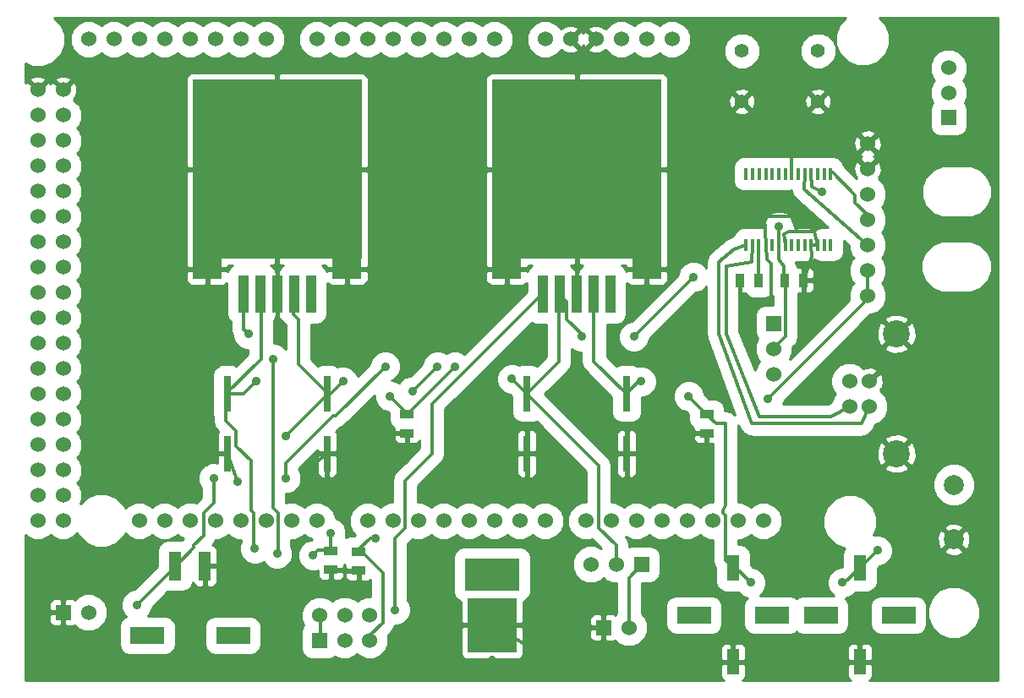
<source format=gtl>
G04 (created by PCBNEW-RS274X (2011-nov-30)-testing) date Mon 11 Jun 2012 06:12:24 PM EDT*
%MOIN*%
G04 Gerber Fmt 3.4, Leading zero omitted, Abs format*
%FSLAX34Y34*%
G01*
G70*
G90*
G04 APERTURE LIST*
%ADD10C,0.006*%
%ADD11C,0.012*%
%ADD12R,0.06X0.06*%
%ADD13C,0.06*%
%ADD14C,0.0787*%
%ADD15R,0.05X0.1149*%
%ADD16R,0.135X0.065*%
%ADD17R,0.1349X0.065*%
%ADD18R,0.0394X0.1495*%
%ADD19R,0.0394X0.1496*%
%ADD20R,0.6692X0.7084*%
%ADD21R,0.1179X0.0787*%
%ADD22R,0.118X0.0787*%
%ADD23R,0.05X0.1*%
%ADD24R,0.1968X0.2165*%
%ADD25R,0.2165X0.1298*%
%ADD26C,0.1063*%
%ADD27R,0.016X0.05*%
%ADD28R,0.055X0.035*%
%ADD29R,0.0314X0.1417*%
%ADD30R,0.035X0.055*%
%ADD31C,0.055*%
%ADD32C,0.035*%
%ADD33C,0.014*%
%ADD34C,0.01*%
G04 APERTURE END LIST*
G54D10*
G54D11*
X3776Y8450D02*
X3776Y8507D01*
X3814Y8564D01*
X3852Y8593D01*
X3928Y8622D01*
X4081Y8650D01*
X4271Y8650D01*
X4423Y8622D01*
X4500Y8593D01*
X4538Y8564D01*
X4576Y8507D01*
X4576Y8450D01*
X4538Y8393D01*
X4500Y8364D01*
X4423Y8336D01*
X4271Y8307D01*
X4081Y8307D01*
X3928Y8336D01*
X3852Y8364D01*
X3814Y8393D01*
X3776Y8450D01*
X3852Y8878D02*
X3814Y8907D01*
X3776Y8964D01*
X3776Y9107D01*
X3814Y9164D01*
X3852Y9193D01*
X3928Y9221D01*
X4004Y9221D01*
X4119Y9193D01*
X4576Y8850D01*
X4576Y9221D01*
X3776Y9592D02*
X3776Y9649D01*
X3814Y9706D01*
X3852Y9735D01*
X3928Y9764D01*
X4081Y9792D01*
X4271Y9792D01*
X4423Y9764D01*
X4500Y9735D01*
X4538Y9706D01*
X4576Y9649D01*
X4576Y9592D01*
X4538Y9535D01*
X4500Y9506D01*
X4423Y9478D01*
X4271Y9449D01*
X4081Y9449D01*
X3928Y9478D01*
X3852Y9506D01*
X3814Y9535D01*
X3776Y9592D01*
X3776Y10163D02*
X3776Y10220D01*
X3814Y10277D01*
X3852Y10306D01*
X3928Y10335D01*
X4081Y10363D01*
X4271Y10363D01*
X4423Y10335D01*
X4500Y10306D01*
X4538Y10277D01*
X4576Y10220D01*
X4576Y10163D01*
X4538Y10106D01*
X4500Y10077D01*
X4423Y10049D01*
X4271Y10020D01*
X4081Y10020D01*
X3928Y10049D01*
X3852Y10077D01*
X3814Y10106D01*
X3776Y10163D01*
X4271Y10620D02*
X4271Y11077D01*
X3776Y11477D02*
X3776Y11534D01*
X3814Y11591D01*
X3852Y11620D01*
X3928Y11649D01*
X4081Y11677D01*
X4271Y11677D01*
X4423Y11649D01*
X4500Y11620D01*
X4538Y11591D01*
X4576Y11534D01*
X4576Y11477D01*
X4538Y11420D01*
X4500Y11391D01*
X4423Y11363D01*
X4271Y11334D01*
X4081Y11334D01*
X3928Y11363D01*
X3852Y11391D01*
X3814Y11420D01*
X3776Y11477D01*
X3776Y12048D02*
X3776Y12105D01*
X3814Y12162D01*
X3852Y12191D01*
X3928Y12220D01*
X4081Y12248D01*
X4271Y12248D01*
X4423Y12220D01*
X4500Y12191D01*
X4538Y12162D01*
X4576Y12105D01*
X4576Y12048D01*
X4538Y11991D01*
X4500Y11962D01*
X4423Y11934D01*
X4271Y11905D01*
X4081Y11905D01*
X3928Y11934D01*
X3852Y11962D01*
X3814Y11991D01*
X3776Y12048D01*
X3776Y12619D02*
X3776Y12676D01*
X3814Y12733D01*
X3852Y12762D01*
X3928Y12791D01*
X4081Y12819D01*
X4271Y12819D01*
X4423Y12791D01*
X4500Y12762D01*
X4538Y12733D01*
X4576Y12676D01*
X4576Y12619D01*
X4538Y12562D01*
X4500Y12533D01*
X4423Y12505D01*
X4271Y12476D01*
X4081Y12476D01*
X3928Y12505D01*
X3852Y12533D01*
X3814Y12562D01*
X3776Y12619D01*
X4042Y13333D02*
X4576Y13333D01*
X3738Y13190D02*
X4309Y13047D01*
X4309Y13419D01*
X4271Y13647D02*
X4271Y14104D01*
X3776Y14504D02*
X3776Y14561D01*
X3814Y14618D01*
X3852Y14647D01*
X3928Y14676D01*
X4081Y14704D01*
X4271Y14704D01*
X4423Y14676D01*
X4500Y14647D01*
X4538Y14618D01*
X4576Y14561D01*
X4576Y14504D01*
X4538Y14447D01*
X4500Y14418D01*
X4423Y14390D01*
X4271Y14361D01*
X4081Y14361D01*
X3928Y14390D01*
X3852Y14418D01*
X3814Y14447D01*
X3776Y14504D01*
X3776Y15075D02*
X3776Y15132D01*
X3814Y15189D01*
X3852Y15218D01*
X3928Y15247D01*
X4081Y15275D01*
X4271Y15275D01*
X4423Y15247D01*
X4500Y15218D01*
X4538Y15189D01*
X4576Y15132D01*
X4576Y15075D01*
X4538Y15018D01*
X4500Y14989D01*
X4423Y14961D01*
X4271Y14932D01*
X4081Y14932D01*
X3928Y14961D01*
X3852Y14989D01*
X3814Y15018D01*
X3776Y15075D01*
X3776Y15646D02*
X3776Y15703D01*
X3814Y15760D01*
X3852Y15789D01*
X3928Y15818D01*
X4081Y15846D01*
X4271Y15846D01*
X4423Y15818D01*
X4500Y15789D01*
X4538Y15760D01*
X4576Y15703D01*
X4576Y15646D01*
X4538Y15589D01*
X4500Y15560D01*
X4423Y15532D01*
X4271Y15503D01*
X4081Y15503D01*
X3928Y15532D01*
X3852Y15560D01*
X3814Y15589D01*
X3776Y15646D01*
X4576Y16417D02*
X4576Y16074D01*
X4576Y16246D02*
X3776Y16246D01*
X3890Y16189D01*
X3966Y16131D01*
X4004Y16074D01*
G54D12*
X12238Y2173D03*
G54D13*
X13218Y2173D03*
X14198Y2173D03*
X13218Y3157D03*
X12238Y3157D03*
X14202Y3157D03*
G54D14*
X37218Y6140D03*
X37218Y8305D03*
G54D15*
X7707Y5092D03*
X6529Y5092D03*
G54D16*
X5426Y2365D03*
G54D17*
X8810Y2365D03*
G54D18*
X21023Y15827D03*
X21693Y15827D03*
G54D19*
X22362Y15827D03*
G54D18*
X23031Y15827D03*
X23701Y15827D03*
G54D20*
X22362Y20749D03*
G54D21*
X19607Y16812D03*
G54D22*
X25118Y16811D03*
G54D23*
X28518Y1315D03*
X28518Y5014D03*
G54D17*
X26985Y3165D03*
X30051Y3165D03*
G54D13*
X33825Y15756D03*
X33826Y16757D03*
X33826Y17757D03*
X33826Y18757D03*
X33826Y19757D03*
X33826Y20757D03*
X33826Y21757D03*
G54D12*
X37018Y22781D03*
G54D13*
X37018Y23765D03*
X37018Y24749D03*
X12118Y6874D03*
X11118Y6874D03*
X10118Y6874D03*
X9118Y6874D03*
X8118Y6874D03*
X7118Y6874D03*
X6118Y6874D03*
X5118Y6874D03*
X3118Y25874D03*
X4118Y25874D03*
X5118Y25874D03*
X6118Y25874D03*
X10118Y25874D03*
X12118Y25874D03*
X13118Y25874D03*
X9118Y25874D03*
X8118Y25874D03*
X7118Y25874D03*
X14118Y25874D03*
X15118Y25874D03*
X16118Y25874D03*
X19118Y25874D03*
X18118Y25874D03*
X17118Y25874D03*
X21118Y25875D03*
X22118Y25874D03*
X23118Y25874D03*
X25118Y25874D03*
X26118Y25874D03*
X14118Y6874D03*
X15118Y6874D03*
X16118Y6874D03*
X17118Y6874D03*
X18118Y6874D03*
X19118Y6874D03*
X20118Y6874D03*
X21118Y6874D03*
X22718Y6874D03*
X23718Y6874D03*
X24718Y6874D03*
X25718Y6874D03*
X26718Y6874D03*
X27718Y6874D03*
X28718Y6874D03*
X29718Y6874D03*
X24118Y25874D03*
X2118Y7874D03*
X1118Y7874D03*
X2118Y8874D03*
X1118Y8874D03*
X2118Y9874D03*
X1118Y9874D03*
X2118Y10874D03*
X1118Y10874D03*
X2118Y6874D03*
X1118Y6874D03*
X1118Y11874D03*
X2118Y11874D03*
X2118Y12874D03*
X1118Y12874D03*
X2118Y13874D03*
X1118Y13874D03*
X2118Y14874D03*
X1118Y14874D03*
X2118Y15874D03*
X1118Y15874D03*
X2118Y16874D03*
X1118Y16874D03*
X2118Y17874D03*
X1118Y17874D03*
X2118Y18874D03*
X1118Y18874D03*
X2118Y19874D03*
X1118Y19874D03*
X2118Y20874D03*
X1118Y20874D03*
X2118Y21874D03*
X1118Y21874D03*
X2118Y22874D03*
X1118Y22874D03*
X2118Y23874D03*
X1118Y23874D03*
G54D12*
X23418Y2665D03*
G54D13*
X24418Y2665D03*
G54D24*
X19018Y2766D03*
G54D25*
X19018Y4765D03*
G54D13*
X33110Y12390D03*
X33110Y11390D03*
X33897Y11390D03*
X33897Y12390D03*
G54D26*
X34960Y14252D03*
X34960Y9528D03*
G54D27*
X32368Y20565D03*
X32118Y20565D03*
X31858Y20565D03*
X31598Y20565D03*
X31348Y20565D03*
X31088Y20565D03*
X30828Y20565D03*
X30578Y20565D03*
X30318Y20565D03*
X30068Y20565D03*
X29808Y20565D03*
X29548Y20565D03*
X29298Y20565D03*
X29038Y20565D03*
X29038Y17765D03*
X29298Y17765D03*
X29538Y17765D03*
X29808Y17765D03*
X30068Y17765D03*
X30318Y17765D03*
X30578Y17765D03*
X30828Y17765D03*
X31088Y17765D03*
X31348Y17765D03*
X31598Y17765D03*
X31858Y17765D03*
X32118Y17765D03*
X32368Y17765D03*
G54D12*
X2118Y3265D03*
G54D13*
X3118Y3265D03*
G54D12*
X30118Y14665D03*
G54D13*
X30118Y13665D03*
X30118Y12665D03*
G54D28*
X13759Y5671D03*
X13759Y4921D03*
X12666Y5700D03*
X12666Y4950D03*
G54D12*
X24918Y5165D03*
G54D13*
X23918Y5165D03*
X22918Y5165D03*
G54D29*
X20393Y11891D03*
X20393Y9529D03*
X8582Y11891D03*
X8582Y9529D03*
G54D28*
X15669Y11085D03*
X15669Y10335D03*
G54D30*
X29533Y16365D03*
X28783Y16365D03*
X30543Y16365D03*
X31293Y16365D03*
G54D29*
X12519Y11891D03*
X12519Y9529D03*
G54D31*
X28868Y23415D03*
X28868Y25415D03*
X31868Y23415D03*
X31868Y25415D03*
G54D29*
X24330Y11891D03*
X24330Y9529D03*
G54D28*
X27480Y11085D03*
X27480Y10335D03*
G54D23*
X33518Y1315D03*
X33518Y5014D03*
G54D17*
X31985Y3165D03*
X35051Y3165D03*
G54D18*
X9211Y15827D03*
X9881Y15827D03*
G54D19*
X10550Y15827D03*
G54D18*
X11219Y15827D03*
X11889Y15827D03*
G54D20*
X10550Y20749D03*
G54D21*
X7795Y16812D03*
G54D22*
X13306Y16811D03*
G54D32*
X24902Y12379D03*
X29214Y4441D03*
X34212Y5715D03*
X26764Y11791D03*
X32840Y4441D03*
X8046Y8557D03*
X10888Y10223D03*
X17552Y12967D03*
X13142Y12379D03*
X15004Y11791D03*
X5008Y3559D03*
X30335Y18484D03*
X32008Y19862D03*
X14416Y6205D03*
X11966Y5519D03*
X12652Y6401D03*
X15200Y3363D03*
X10551Y5590D03*
X10398Y13261D03*
X9418Y14241D03*
X16866Y12967D03*
X15886Y11987D03*
X10888Y8557D03*
X14808Y12967D03*
X29900Y11693D03*
X9665Y5787D03*
X26960Y16495D03*
X22550Y14143D03*
X9712Y12379D03*
X24608Y14143D03*
X19806Y12477D03*
X20590Y1850D03*
X11732Y8937D03*
X8976Y8425D03*
X30827Y21437D03*
G54D11*
X28518Y5014D02*
X28528Y5029D01*
X24314Y11889D02*
X23040Y13163D01*
X23040Y13163D02*
X23040Y15809D01*
X33518Y5014D02*
X33526Y5029D01*
X27842Y10713D02*
X27450Y11105D01*
X28528Y5029D02*
X28234Y5323D01*
X27450Y11105D02*
X27480Y11085D01*
X28136Y7185D02*
X28136Y7283D01*
X28235Y10713D02*
X27842Y10713D01*
X28136Y7283D02*
X28235Y7479D01*
X28234Y7087D02*
X28136Y7185D01*
X28528Y5029D02*
X28626Y5029D01*
X28235Y7479D02*
X28235Y10713D01*
X24330Y11891D02*
X24314Y11889D01*
X32840Y4441D02*
X32938Y4441D01*
X23040Y15809D02*
X23031Y15827D01*
X28518Y5014D02*
X28528Y5029D01*
X28234Y5323D02*
X28234Y7087D01*
X24902Y12379D02*
X24804Y12379D01*
X24314Y11889D02*
X24330Y11891D01*
X33526Y5029D02*
X33518Y5014D01*
X24804Y12379D02*
X24314Y11889D01*
X28626Y5029D02*
X29214Y4441D01*
X32938Y4441D02*
X33526Y5029D01*
X33526Y5029D02*
X34212Y5715D01*
X27480Y11085D02*
X27450Y11105D01*
X27450Y11105D02*
X26764Y11791D01*
X6529Y5092D02*
X6576Y5127D01*
X8046Y7577D02*
X8046Y8557D01*
X5008Y3559D02*
X6576Y5127D01*
X7654Y7185D02*
X8046Y7577D01*
X7654Y6303D02*
X7654Y7185D01*
X6576Y5127D02*
X7262Y5813D01*
X12554Y11889D02*
X11378Y13065D01*
X11182Y15025D02*
X11182Y15809D01*
X10888Y10223D02*
X12554Y11889D01*
X12652Y11889D02*
X13142Y12379D01*
X15669Y11085D02*
X15690Y11105D01*
X11378Y14829D02*
X11182Y15025D01*
X6576Y5127D02*
X6529Y5092D01*
X11182Y15809D02*
X11219Y15827D01*
X11378Y13065D02*
X11378Y14829D01*
X15690Y11105D02*
X15669Y11085D01*
X15690Y11105D02*
X17552Y12967D01*
X7262Y5813D02*
X7262Y5911D01*
X12519Y11891D02*
X12554Y11889D01*
X12554Y11889D02*
X12652Y11889D01*
X15004Y11791D02*
X15690Y11105D01*
X12519Y11891D02*
X12554Y11889D01*
X7262Y5911D02*
X7654Y6303D01*
X12554Y11889D02*
X12519Y11891D01*
X30543Y16365D02*
X30531Y16909D01*
X30543Y16365D02*
X30586Y16397D01*
X30096Y13653D02*
X30118Y13665D01*
X30335Y18484D02*
X30318Y17765D01*
X30586Y14143D02*
X30096Y13653D01*
X30335Y17204D02*
X30318Y17765D01*
X31598Y20565D02*
X31614Y20059D01*
X31614Y20059D02*
X32008Y19862D01*
X30586Y16397D02*
X30586Y14143D01*
X30531Y16909D02*
X30335Y17204D01*
X27972Y14252D02*
X29252Y10708D01*
X28563Y17598D02*
X27972Y17106D01*
X27972Y17106D02*
X27972Y14252D01*
X29038Y17765D02*
X28563Y17598D01*
X33583Y10708D02*
X33897Y11390D01*
X29252Y10708D02*
X33583Y10708D01*
X32401Y11004D02*
X29547Y11004D01*
X29298Y17765D02*
X29252Y17106D01*
X28268Y14252D02*
X28268Y16909D01*
X32401Y11004D02*
X33110Y11390D01*
X29547Y11004D02*
X28268Y14252D01*
X28268Y16909D02*
X29252Y17106D01*
X14710Y4833D02*
X14710Y2873D01*
X13828Y5715D02*
X14710Y4833D01*
X14710Y2873D02*
X14220Y2383D01*
X14220Y2187D02*
X14198Y2173D01*
X13730Y5715D02*
X13828Y5715D01*
X14220Y2383D02*
X14220Y2187D01*
X14220Y6205D02*
X13730Y5715D01*
X13759Y5671D02*
X13730Y5715D01*
X14416Y6205D02*
X14220Y6205D01*
X13730Y5715D02*
X13759Y5671D01*
X12162Y5715D02*
X11966Y5519D01*
X12666Y5700D02*
X12652Y5715D01*
X12652Y6401D02*
X12652Y5715D01*
X12652Y5715D02*
X12666Y5700D01*
X12652Y5715D02*
X12162Y5715D01*
X16670Y9537D02*
X15592Y8459D01*
X15592Y6597D02*
X15200Y6205D01*
X15200Y6205D02*
X15200Y3363D01*
X16670Y11497D02*
X16670Y9537D01*
X20982Y15809D02*
X16670Y11497D01*
X21023Y15827D02*
X20982Y15809D01*
X15592Y8459D02*
X15592Y6597D01*
X10398Y7381D02*
X10398Y13261D01*
X10551Y5590D02*
X10594Y5617D01*
X10594Y7185D02*
X10398Y7381D01*
X9418Y14241D02*
X9222Y14437D01*
X9222Y14437D02*
X9222Y15809D01*
X9222Y15809D02*
X9211Y15827D01*
X10594Y5617D02*
X10594Y7185D01*
X31319Y19960D02*
X33826Y17757D01*
X16866Y12967D02*
X15886Y11987D01*
X31348Y20565D02*
X31319Y19960D01*
X33330Y19435D02*
X33820Y18945D01*
X32368Y20565D02*
X32350Y20611D01*
X12750Y11007D02*
X10888Y9145D01*
X10888Y9145D02*
X10888Y8557D01*
X14808Y12967D02*
X12848Y11007D01*
X12848Y11007D02*
X12750Y11007D01*
X33330Y19729D02*
X33330Y19435D01*
X33820Y18945D02*
X33820Y18749D01*
X32448Y20611D02*
X33330Y19729D01*
X32350Y20611D02*
X32448Y20611D01*
X33820Y18749D02*
X33826Y18757D01*
X33820Y15613D02*
X33820Y15711D01*
X33820Y15711D02*
X33825Y15756D01*
X29900Y11693D02*
X33820Y15613D01*
X33820Y16789D02*
X33826Y16757D01*
X33820Y15711D02*
X33820Y16789D01*
X33825Y15756D02*
X33820Y15711D01*
X24918Y5165D02*
X24902Y5127D01*
X24412Y2677D02*
X24418Y2665D01*
X24902Y5127D02*
X24412Y4637D01*
X24412Y4637D02*
X24412Y2677D01*
X20394Y11889D02*
X23236Y9047D01*
X21693Y15827D02*
X21668Y15809D01*
X9516Y9243D02*
X8928Y9831D01*
X24608Y14143D02*
X26960Y16495D01*
X9614Y5813D02*
X9614Y7185D01*
X9516Y7283D02*
X9516Y9243D01*
X9614Y7185D02*
X9516Y7283D01*
X8536Y11889D02*
X9908Y13261D01*
G54D33*
X9665Y5787D02*
X9614Y5813D01*
G54D11*
X12238Y3157D02*
X12260Y3167D01*
X8536Y10811D02*
X8536Y11889D01*
X8928Y9831D02*
X8928Y10419D01*
X8928Y10419D02*
X8536Y10811D01*
X21668Y15809D02*
X21962Y15515D01*
X21962Y14829D02*
X22550Y14241D01*
X21668Y15809D02*
X21693Y15827D01*
X21962Y15515D02*
X21962Y14829D01*
X19806Y12477D02*
X20394Y11889D01*
X8536Y11889D02*
X9222Y11889D01*
X22550Y14241D02*
X22550Y14143D01*
X12260Y2187D02*
X12238Y2173D01*
X20394Y11889D02*
X20393Y11891D01*
X8536Y11889D02*
X8582Y11891D01*
X23922Y5127D02*
X23918Y5165D01*
X9908Y13261D02*
X9908Y15809D01*
X23236Y9047D02*
X23236Y6597D01*
X20393Y11891D02*
X20394Y11889D01*
X9222Y11889D02*
X9712Y12379D01*
X20394Y11889D02*
X21668Y13163D01*
X12260Y3167D02*
X12260Y2187D01*
X12238Y3157D02*
X12260Y3167D01*
X21668Y13163D02*
X21668Y15809D01*
X20393Y11891D02*
X20394Y11889D01*
X8582Y11891D02*
X8536Y11889D01*
X23236Y6597D02*
X23922Y5911D01*
X23922Y5911D02*
X23922Y5127D01*
X8582Y11891D02*
X8536Y11889D01*
X9908Y15809D02*
X9881Y15827D01*
X31063Y18287D02*
X31712Y18287D01*
X31598Y17765D02*
X31614Y17303D01*
X29744Y18878D02*
X30827Y18878D01*
X30827Y18878D02*
X31063Y18287D01*
X30039Y15728D02*
X30039Y17008D01*
X12519Y9529D02*
X11732Y8937D01*
X8582Y9529D02*
X8976Y8425D01*
X31712Y18287D02*
X31858Y17765D01*
X31614Y17303D02*
X31293Y16365D01*
X29842Y17204D02*
X29808Y17765D01*
X30728Y18287D02*
X31063Y18287D01*
X30039Y17008D02*
X29842Y17204D01*
X31858Y17765D02*
X31598Y17765D01*
X30578Y17765D02*
X30531Y18189D01*
X30531Y18189D02*
X30728Y18287D01*
X19018Y2766D02*
X20590Y1850D01*
X30828Y20565D02*
X30827Y21437D01*
X29808Y17765D02*
X29744Y18878D01*
X29538Y17765D02*
X29533Y16365D01*
G54D10*
G36*
X16168Y9745D02*
X15619Y9196D01*
X15619Y9972D01*
X15619Y10285D01*
X15206Y10285D01*
X15144Y10223D01*
X15145Y10111D01*
X15183Y10019D01*
X15253Y9949D01*
X15344Y9911D01*
X15443Y9911D01*
X15557Y9910D01*
X15619Y9972D01*
X15619Y9196D01*
X15237Y8814D01*
X15128Y8651D01*
X15090Y8459D01*
X15090Y7616D01*
X14971Y7616D01*
X14698Y7503D01*
X14618Y7424D01*
X14539Y7503D01*
X14266Y7616D01*
X13971Y7616D01*
X13698Y7503D01*
X13489Y7295D01*
X13376Y7022D01*
X13376Y6727D01*
X13489Y6454D01*
X13623Y6319D01*
X13592Y6287D01*
X13397Y6287D01*
X13247Y6225D01*
X13269Y6278D01*
X13269Y6523D01*
X13175Y6750D01*
X13002Y6924D01*
X12926Y6956D01*
X12926Y9417D01*
X12864Y9479D01*
X12569Y9479D01*
X12569Y8633D01*
X12630Y8572D01*
X12726Y8572D01*
X12817Y8610D01*
X12887Y8680D01*
X12925Y8772D01*
X12926Y9417D01*
X12926Y6956D01*
X12860Y6983D01*
X12860Y7021D01*
X12747Y7294D01*
X12539Y7503D01*
X12469Y7532D01*
X12469Y8633D01*
X12469Y9479D01*
X12174Y9479D01*
X12112Y9417D01*
X12113Y8772D01*
X12151Y8680D01*
X12221Y8610D01*
X12312Y8572D01*
X12408Y8572D01*
X12469Y8633D01*
X12469Y7532D01*
X12266Y7616D01*
X11971Y7616D01*
X11698Y7503D01*
X11618Y7424D01*
X11539Y7503D01*
X11266Y7616D01*
X10971Y7616D01*
X10901Y7588D01*
X10900Y7589D01*
X10900Y7940D01*
X11010Y7940D01*
X11237Y8034D01*
X11411Y8207D01*
X11505Y8434D01*
X11505Y8679D01*
X11411Y8906D01*
X11390Y8928D01*
X11390Y8937D01*
X12112Y9660D01*
X12112Y9641D01*
X12174Y9579D01*
X12419Y9579D01*
X12469Y9579D01*
X12569Y9579D01*
X12619Y9579D01*
X12864Y9579D01*
X12926Y9641D01*
X12925Y10286D01*
X12887Y10378D01*
X12859Y10406D01*
X12985Y10533D01*
X13040Y10543D01*
X13203Y10652D01*
X14387Y11836D01*
X14387Y11669D01*
X14481Y11442D01*
X14654Y11268D01*
X14881Y11174D01*
X14911Y11174D01*
X14953Y11132D01*
X14953Y10823D01*
X15020Y10661D01*
X15144Y10537D01*
X15144Y10447D01*
X15206Y10385D01*
X15569Y10385D01*
X15619Y10385D01*
X15719Y10385D01*
X15719Y10285D01*
X15719Y10235D01*
X15719Y9972D01*
X15781Y9910D01*
X15895Y9911D01*
X15994Y9911D01*
X16085Y9949D01*
X16155Y10019D01*
X16168Y10051D01*
X16168Y9745D01*
X16168Y9745D01*
G37*
G54D34*
X16168Y9745D02*
X15619Y9196D01*
X15619Y9972D01*
X15619Y10285D01*
X15206Y10285D01*
X15144Y10223D01*
X15145Y10111D01*
X15183Y10019D01*
X15253Y9949D01*
X15344Y9911D01*
X15443Y9911D01*
X15557Y9910D01*
X15619Y9972D01*
X15619Y9196D01*
X15237Y8814D01*
X15128Y8651D01*
X15090Y8459D01*
X15090Y7616D01*
X14971Y7616D01*
X14698Y7503D01*
X14618Y7424D01*
X14539Y7503D01*
X14266Y7616D01*
X13971Y7616D01*
X13698Y7503D01*
X13489Y7295D01*
X13376Y7022D01*
X13376Y6727D01*
X13489Y6454D01*
X13623Y6319D01*
X13592Y6287D01*
X13397Y6287D01*
X13247Y6225D01*
X13269Y6278D01*
X13269Y6523D01*
X13175Y6750D01*
X13002Y6924D01*
X12926Y6956D01*
X12926Y9417D01*
X12864Y9479D01*
X12569Y9479D01*
X12569Y8633D01*
X12630Y8572D01*
X12726Y8572D01*
X12817Y8610D01*
X12887Y8680D01*
X12925Y8772D01*
X12926Y9417D01*
X12926Y6956D01*
X12860Y6983D01*
X12860Y7021D01*
X12747Y7294D01*
X12539Y7503D01*
X12469Y7532D01*
X12469Y8633D01*
X12469Y9479D01*
X12174Y9479D01*
X12112Y9417D01*
X12113Y8772D01*
X12151Y8680D01*
X12221Y8610D01*
X12312Y8572D01*
X12408Y8572D01*
X12469Y8633D01*
X12469Y7532D01*
X12266Y7616D01*
X11971Y7616D01*
X11698Y7503D01*
X11618Y7424D01*
X11539Y7503D01*
X11266Y7616D01*
X10971Y7616D01*
X10901Y7588D01*
X10900Y7589D01*
X10900Y7940D01*
X11010Y7940D01*
X11237Y8034D01*
X11411Y8207D01*
X11505Y8434D01*
X11505Y8679D01*
X11411Y8906D01*
X11390Y8928D01*
X11390Y8937D01*
X12112Y9660D01*
X12112Y9641D01*
X12174Y9579D01*
X12419Y9579D01*
X12469Y9579D01*
X12569Y9579D01*
X12619Y9579D01*
X12864Y9579D01*
X12926Y9641D01*
X12925Y10286D01*
X12887Y10378D01*
X12859Y10406D01*
X12985Y10533D01*
X13040Y10543D01*
X13203Y10652D01*
X14387Y11836D01*
X14387Y11669D01*
X14481Y11442D01*
X14654Y11268D01*
X14881Y11174D01*
X14911Y11174D01*
X14953Y11132D01*
X14953Y10823D01*
X15020Y10661D01*
X15144Y10537D01*
X15144Y10447D01*
X15206Y10385D01*
X15569Y10385D01*
X15619Y10385D01*
X15719Y10385D01*
X15719Y10285D01*
X15719Y10235D01*
X15719Y9972D01*
X15781Y9910D01*
X15895Y9911D01*
X15994Y9911D01*
X16085Y9949D01*
X16155Y10019D01*
X16168Y10051D01*
X16168Y9745D01*
G54D10*
G36*
X30084Y15406D02*
X29731Y15406D01*
X29569Y15339D01*
X29445Y15215D01*
X29377Y15053D01*
X29377Y14878D01*
X29377Y14278D01*
X29444Y14116D01*
X29484Y14076D01*
X29376Y13813D01*
X29376Y13518D01*
X29489Y13245D01*
X29568Y13166D01*
X29489Y13086D01*
X29376Y12813D01*
X29376Y12809D01*
X28770Y14348D01*
X28770Y16415D01*
X28833Y16415D01*
X28833Y16315D01*
X28833Y16265D01*
X28833Y15902D01*
X28895Y15840D01*
X28984Y15841D01*
X29108Y15717D01*
X29270Y15649D01*
X29445Y15649D01*
X29795Y15649D01*
X29957Y15716D01*
X30038Y15797D01*
X30084Y15751D01*
X30084Y15406D01*
X30084Y15406D01*
G37*
G54D34*
X30084Y15406D02*
X29731Y15406D01*
X29569Y15339D01*
X29445Y15215D01*
X29377Y15053D01*
X29377Y14878D01*
X29377Y14278D01*
X29444Y14116D01*
X29484Y14076D01*
X29376Y13813D01*
X29376Y13518D01*
X29489Y13245D01*
X29568Y13166D01*
X29489Y13086D01*
X29376Y12813D01*
X29376Y12809D01*
X28770Y14348D01*
X28770Y16415D01*
X28833Y16415D01*
X28833Y16315D01*
X28833Y16265D01*
X28833Y15902D01*
X28895Y15840D01*
X28984Y15841D01*
X29108Y15717D01*
X29270Y15649D01*
X29445Y15649D01*
X29795Y15649D01*
X29957Y15716D01*
X30038Y15797D01*
X30084Y15751D01*
X30084Y15406D01*
G54D10*
G36*
X33276Y16258D02*
X33196Y16177D01*
X33083Y15904D01*
X33083Y15609D01*
X33089Y15593D01*
X31718Y14222D01*
X31718Y16253D01*
X31718Y16477D01*
X31717Y16591D01*
X31717Y16690D01*
X31679Y16781D01*
X31609Y16851D01*
X31517Y16889D01*
X31405Y16890D01*
X31343Y16828D01*
X31343Y16415D01*
X31656Y16415D01*
X31718Y16477D01*
X31718Y16253D01*
X31656Y16315D01*
X31343Y16315D01*
X31343Y15902D01*
X31405Y15840D01*
X31517Y15841D01*
X31609Y15879D01*
X31679Y15949D01*
X31717Y16040D01*
X31717Y16139D01*
X31718Y16253D01*
X31718Y14222D01*
X30751Y13254D01*
X30860Y13517D01*
X30860Y13707D01*
X30940Y13787D01*
X30940Y13788D01*
X30941Y13788D01*
X31049Y13950D01*
X31050Y13951D01*
X31087Y14142D01*
X31088Y14143D01*
X31088Y15837D01*
X31091Y15840D01*
X31091Y15841D01*
X31181Y15840D01*
X31243Y15902D01*
X31243Y16265D01*
X31243Y16315D01*
X31243Y16415D01*
X31243Y16465D01*
X31243Y16828D01*
X31181Y16890D01*
X31091Y16890D01*
X31025Y16956D01*
X31023Y16962D01*
X31024Y17006D01*
X31002Y17057D01*
X30999Y17074D01*
X31095Y17074D01*
X31180Y17074D01*
X31255Y17074D01*
X31355Y17074D01*
X31515Y17074D01*
X31677Y17141D01*
X31733Y17197D01*
X31788Y17142D01*
X31950Y17074D01*
X32125Y17074D01*
X32200Y17074D01*
X32285Y17074D01*
X32375Y17074D01*
X32535Y17074D01*
X32697Y17141D01*
X32821Y17265D01*
X32889Y17427D01*
X32889Y17602D01*
X32889Y17913D01*
X33084Y17742D01*
X33084Y17610D01*
X33197Y17337D01*
X33276Y17258D01*
X33197Y17178D01*
X33084Y16905D01*
X33084Y16610D01*
X33197Y16337D01*
X33276Y16258D01*
X33276Y16258D01*
G37*
G54D34*
X33276Y16258D02*
X33196Y16177D01*
X33083Y15904D01*
X33083Y15609D01*
X33089Y15593D01*
X31718Y14222D01*
X31718Y16253D01*
X31718Y16477D01*
X31717Y16591D01*
X31717Y16690D01*
X31679Y16781D01*
X31609Y16851D01*
X31517Y16889D01*
X31405Y16890D01*
X31343Y16828D01*
X31343Y16415D01*
X31656Y16415D01*
X31718Y16477D01*
X31718Y16253D01*
X31656Y16315D01*
X31343Y16315D01*
X31343Y15902D01*
X31405Y15840D01*
X31517Y15841D01*
X31609Y15879D01*
X31679Y15949D01*
X31717Y16040D01*
X31717Y16139D01*
X31718Y16253D01*
X31718Y14222D01*
X30751Y13254D01*
X30860Y13517D01*
X30860Y13707D01*
X30940Y13787D01*
X30940Y13788D01*
X30941Y13788D01*
X31049Y13950D01*
X31050Y13951D01*
X31087Y14142D01*
X31088Y14143D01*
X31088Y15837D01*
X31091Y15840D01*
X31091Y15841D01*
X31181Y15840D01*
X31243Y15902D01*
X31243Y16265D01*
X31243Y16315D01*
X31243Y16415D01*
X31243Y16465D01*
X31243Y16828D01*
X31181Y16890D01*
X31091Y16890D01*
X31025Y16956D01*
X31023Y16962D01*
X31024Y17006D01*
X31002Y17057D01*
X30999Y17074D01*
X31095Y17074D01*
X31180Y17074D01*
X31255Y17074D01*
X31355Y17074D01*
X31515Y17074D01*
X31677Y17141D01*
X31733Y17197D01*
X31788Y17142D01*
X31950Y17074D01*
X32125Y17074D01*
X32200Y17074D01*
X32285Y17074D01*
X32375Y17074D01*
X32535Y17074D01*
X32697Y17141D01*
X32821Y17265D01*
X32889Y17427D01*
X32889Y17602D01*
X32889Y17913D01*
X33084Y17742D01*
X33084Y17610D01*
X33197Y17337D01*
X33276Y17258D01*
X33197Y17178D01*
X33084Y16905D01*
X33084Y16610D01*
X33197Y16337D01*
X33276Y16258D01*
G54D10*
G36*
X38970Y596D02*
X38727Y596D01*
X38727Y19660D01*
X38727Y20062D01*
X38573Y20434D01*
X38289Y20719D01*
X37917Y20874D01*
X37760Y20874D01*
X37760Y23617D01*
X37760Y23912D01*
X37647Y24185D01*
X37575Y24257D01*
X37647Y24328D01*
X37760Y24601D01*
X37760Y24896D01*
X37647Y25169D01*
X37439Y25378D01*
X37166Y25491D01*
X36871Y25491D01*
X36598Y25378D01*
X36389Y25170D01*
X36276Y24897D01*
X36276Y24602D01*
X36389Y24329D01*
X36460Y24258D01*
X36389Y24186D01*
X36276Y23913D01*
X36276Y23618D01*
X36380Y23367D01*
X36345Y23331D01*
X36277Y23169D01*
X36277Y22994D01*
X36277Y22394D01*
X36344Y22232D01*
X36468Y22108D01*
X36630Y22040D01*
X36805Y22040D01*
X37405Y22040D01*
X37567Y22107D01*
X37691Y22231D01*
X37759Y22393D01*
X37759Y22568D01*
X37759Y23168D01*
X37692Y23330D01*
X37656Y23366D01*
X37760Y23617D01*
X37760Y20874D01*
X37515Y20874D01*
X36753Y20874D01*
X36381Y20720D01*
X36096Y20436D01*
X35941Y20064D01*
X35941Y19662D01*
X36095Y19290D01*
X36379Y19005D01*
X36751Y18850D01*
X37153Y18850D01*
X37915Y18850D01*
X38287Y19004D01*
X38572Y19288D01*
X38727Y19660D01*
X38727Y596D01*
X38715Y596D01*
X38715Y16708D01*
X38715Y17110D01*
X38562Y17482D01*
X38277Y17766D01*
X37906Y17921D01*
X37504Y17921D01*
X36740Y17921D01*
X36368Y17768D01*
X36084Y17483D01*
X35929Y17112D01*
X35929Y16710D01*
X36082Y16338D01*
X36367Y16054D01*
X36738Y15899D01*
X37140Y15899D01*
X37904Y15899D01*
X38276Y16052D01*
X38560Y16337D01*
X38715Y16708D01*
X38715Y596D01*
X38250Y596D01*
X38250Y3059D01*
X38250Y3469D01*
X38093Y3848D01*
X38053Y3889D01*
X38053Y8138D01*
X38053Y8470D01*
X37926Y8777D01*
X37692Y9012D01*
X37385Y9140D01*
X37053Y9140D01*
X36746Y9013D01*
X36511Y8779D01*
X36383Y8472D01*
X36383Y8140D01*
X36510Y7833D01*
X36744Y7598D01*
X37051Y7470D01*
X37383Y7470D01*
X37690Y7597D01*
X37925Y7831D01*
X38053Y8138D01*
X38053Y3889D01*
X37864Y4078D01*
X37864Y6037D01*
X37855Y6292D01*
X37776Y6483D01*
X37671Y6522D01*
X37600Y6451D01*
X37600Y6593D01*
X37561Y6698D01*
X37321Y6786D01*
X37066Y6777D01*
X36875Y6698D01*
X36836Y6593D01*
X37218Y6211D01*
X37600Y6593D01*
X37600Y6451D01*
X37289Y6140D01*
X37671Y5758D01*
X37776Y5797D01*
X37864Y6037D01*
X37864Y4078D01*
X37803Y4139D01*
X37600Y4224D01*
X37600Y5687D01*
X37218Y6069D01*
X37147Y5998D01*
X37147Y6140D01*
X36765Y6522D01*
X36660Y6483D01*
X36572Y6243D01*
X36581Y5988D01*
X36660Y5797D01*
X36765Y5758D01*
X37147Y6140D01*
X37147Y5998D01*
X36836Y5687D01*
X36875Y5582D01*
X37115Y5494D01*
X37370Y5503D01*
X37561Y5582D01*
X37600Y5687D01*
X37600Y4224D01*
X37424Y4297D01*
X37014Y4297D01*
X36635Y4140D01*
X36344Y3850D01*
X36186Y3471D01*
X36186Y3061D01*
X36343Y2682D01*
X36633Y2391D01*
X37012Y2233D01*
X37422Y2233D01*
X37801Y2390D01*
X38092Y2680D01*
X38250Y3059D01*
X38250Y596D01*
X36166Y596D01*
X36166Y2752D01*
X36166Y2927D01*
X36166Y3577D01*
X36099Y3739D01*
X35975Y3863D01*
X35813Y3931D01*
X35743Y3931D01*
X35743Y9392D01*
X35743Y14116D01*
X35736Y14427D01*
X35632Y14678D01*
X35513Y14734D01*
X35442Y14663D01*
X35442Y14805D01*
X35386Y14924D01*
X35096Y15035D01*
X34785Y15028D01*
X34534Y14924D01*
X34478Y14805D01*
X34960Y14323D01*
X35442Y14805D01*
X35442Y14663D01*
X35031Y14252D01*
X35513Y13770D01*
X35632Y13826D01*
X35743Y14116D01*
X35743Y9392D01*
X35736Y9703D01*
X35632Y9954D01*
X35513Y10010D01*
X35442Y9939D01*
X35442Y10081D01*
X35442Y13699D01*
X34960Y14181D01*
X34889Y14110D01*
X34889Y14252D01*
X34407Y14734D01*
X34288Y14678D01*
X34177Y14388D01*
X34184Y14077D01*
X34288Y13826D01*
X34407Y13770D01*
X34889Y14252D01*
X34889Y14110D01*
X34478Y13699D01*
X34534Y13580D01*
X34824Y13469D01*
X35135Y13476D01*
X35386Y13580D01*
X35442Y13699D01*
X35442Y10081D01*
X35386Y10200D01*
X35096Y10311D01*
X34785Y10304D01*
X34534Y10200D01*
X34478Y10081D01*
X34960Y9599D01*
X35442Y10081D01*
X35442Y9939D01*
X35031Y9528D01*
X35513Y9046D01*
X35632Y9102D01*
X35743Y9392D01*
X35743Y3931D01*
X35638Y3931D01*
X35442Y3931D01*
X35442Y8975D01*
X34960Y9457D01*
X34889Y9386D01*
X34889Y9528D01*
X34407Y10010D01*
X34288Y9954D01*
X34177Y9664D01*
X34184Y9353D01*
X34288Y9102D01*
X34407Y9046D01*
X34889Y9528D01*
X34889Y9386D01*
X34478Y8975D01*
X34534Y8856D01*
X34824Y8745D01*
X35135Y8752D01*
X35386Y8856D01*
X35442Y8975D01*
X35442Y3931D01*
X34290Y3931D01*
X34128Y3864D01*
X34004Y3740D01*
X33936Y3578D01*
X33936Y3403D01*
X33936Y2753D01*
X34003Y2591D01*
X34127Y2467D01*
X34289Y2399D01*
X34464Y2399D01*
X35812Y2399D01*
X35974Y2466D01*
X36098Y2590D01*
X36166Y2752D01*
X36166Y596D01*
X33889Y596D01*
X33909Y604D01*
X33979Y674D01*
X34017Y765D01*
X34017Y864D01*
X34018Y1203D01*
X34018Y1427D01*
X34017Y1766D01*
X34017Y1865D01*
X33979Y1956D01*
X33909Y2026D01*
X33817Y2064D01*
X33630Y2065D01*
X33568Y2003D01*
X33568Y1365D01*
X33956Y1365D01*
X34018Y1427D01*
X34018Y1203D01*
X33956Y1265D01*
X33618Y1265D01*
X33568Y1265D01*
X33468Y1265D01*
X33468Y1365D01*
X33468Y2003D01*
X33406Y2065D01*
X33219Y2064D01*
X33127Y2026D01*
X33057Y1956D01*
X33019Y1865D01*
X33019Y1766D01*
X33018Y1427D01*
X33080Y1365D01*
X33468Y1365D01*
X33468Y1265D01*
X33418Y1265D01*
X33080Y1265D01*
X33018Y1203D01*
X33019Y864D01*
X33019Y765D01*
X33057Y674D01*
X33127Y604D01*
X33146Y596D01*
X28889Y596D01*
X28909Y604D01*
X28979Y674D01*
X29017Y765D01*
X29017Y864D01*
X29018Y1203D01*
X29018Y1427D01*
X29017Y1766D01*
X29017Y1865D01*
X28979Y1956D01*
X28909Y2026D01*
X28817Y2064D01*
X28630Y2065D01*
X28568Y2003D01*
X28568Y1365D01*
X28956Y1365D01*
X29018Y1427D01*
X29018Y1203D01*
X28956Y1265D01*
X28618Y1265D01*
X28568Y1265D01*
X28468Y1265D01*
X28468Y1365D01*
X28468Y2003D01*
X28406Y2065D01*
X28219Y2064D01*
X28127Y2026D01*
X28100Y1999D01*
X28100Y2752D01*
X28100Y2927D01*
X28100Y3577D01*
X28033Y3739D01*
X27909Y3863D01*
X27747Y3931D01*
X27572Y3931D01*
X26224Y3931D01*
X26062Y3864D01*
X25938Y3740D01*
X25870Y3578D01*
X25870Y3403D01*
X25870Y2753D01*
X25937Y2591D01*
X26061Y2467D01*
X26223Y2399D01*
X26398Y2399D01*
X27746Y2399D01*
X27908Y2466D01*
X28032Y2590D01*
X28100Y2752D01*
X28100Y1999D01*
X28057Y1956D01*
X28019Y1865D01*
X28019Y1766D01*
X28018Y1427D01*
X28080Y1365D01*
X28468Y1365D01*
X28468Y1265D01*
X28418Y1265D01*
X28080Y1265D01*
X28018Y1203D01*
X28019Y864D01*
X28019Y765D01*
X28057Y674D01*
X28127Y604D01*
X28146Y596D01*
X23368Y596D01*
X23368Y2177D01*
X23368Y2615D01*
X23368Y2715D01*
X23368Y3153D01*
X23306Y3215D01*
X23069Y3214D01*
X22977Y3176D01*
X22907Y3106D01*
X22869Y3015D01*
X22869Y2916D01*
X22868Y2777D01*
X22930Y2715D01*
X23368Y2715D01*
X23368Y2615D01*
X22930Y2615D01*
X22868Y2553D01*
X22869Y2414D01*
X22869Y2315D01*
X22907Y2224D01*
X22977Y2154D01*
X23069Y2116D01*
X23306Y2115D01*
X23368Y2177D01*
X23368Y596D01*
X20541Y596D01*
X20541Y4028D01*
X20541Y4203D01*
X20541Y5501D01*
X20474Y5663D01*
X20350Y5787D01*
X20188Y5855D01*
X20013Y5855D01*
X17849Y5855D01*
X17687Y5788D01*
X17563Y5664D01*
X17495Y5502D01*
X17495Y5327D01*
X17495Y4029D01*
X17562Y3867D01*
X17686Y3743D01*
X17784Y3702D01*
X17784Y2878D01*
X17846Y2816D01*
X18202Y2816D01*
X18202Y2716D01*
X17846Y2716D01*
X17784Y2654D01*
X17785Y1635D01*
X17823Y1543D01*
X17893Y1473D01*
X17984Y1435D01*
X18083Y1435D01*
X18906Y1434D01*
X18968Y1496D01*
X18968Y1509D01*
X19068Y1509D01*
X19068Y1496D01*
X19130Y1434D01*
X19953Y1435D01*
X20052Y1435D01*
X20143Y1473D01*
X20213Y1543D01*
X20251Y1635D01*
X20252Y2654D01*
X20190Y2716D01*
X19834Y2716D01*
X19834Y2816D01*
X20190Y2816D01*
X20252Y2878D01*
X20251Y3702D01*
X20349Y3742D01*
X20473Y3866D01*
X20541Y4028D01*
X20541Y596D01*
X9925Y596D01*
X9925Y1952D01*
X9925Y2127D01*
X9925Y2777D01*
X9858Y2939D01*
X9734Y3063D01*
X9572Y3131D01*
X9397Y3131D01*
X8207Y3131D01*
X8207Y4980D01*
X8145Y5042D01*
X7757Y5042D01*
X7757Y4330D01*
X7819Y4268D01*
X8006Y4269D01*
X8098Y4307D01*
X8168Y4377D01*
X8206Y4468D01*
X8206Y4567D01*
X8207Y4980D01*
X8207Y3131D01*
X8049Y3131D01*
X7887Y3064D01*
X7763Y2940D01*
X7695Y2778D01*
X7695Y2603D01*
X7695Y1953D01*
X7762Y1791D01*
X7886Y1667D01*
X8048Y1599D01*
X8223Y1599D01*
X9571Y1599D01*
X9733Y1666D01*
X9857Y1790D01*
X9925Y1952D01*
X9925Y596D01*
X3860Y596D01*
X3860Y3117D01*
X3860Y3412D01*
X3747Y3685D01*
X3539Y3894D01*
X3266Y4007D01*
X2971Y4007D01*
X2698Y3894D01*
X2569Y3766D01*
X2559Y3776D01*
X2467Y3814D01*
X2230Y3815D01*
X2168Y3753D01*
X2168Y3365D01*
X2168Y3315D01*
X2168Y3215D01*
X2168Y3165D01*
X2168Y2777D01*
X2230Y2715D01*
X2467Y2716D01*
X2559Y2754D01*
X2569Y2765D01*
X2697Y2636D01*
X2970Y2523D01*
X3265Y2523D01*
X3538Y2636D01*
X3747Y2844D01*
X3860Y3117D01*
X3860Y596D01*
X2068Y596D01*
X2068Y2777D01*
X2068Y3215D01*
X2068Y3315D01*
X2068Y3753D01*
X2006Y3815D01*
X1769Y3814D01*
X1677Y3776D01*
X1607Y3706D01*
X1569Y3615D01*
X1569Y3516D01*
X1568Y3377D01*
X1630Y3315D01*
X2068Y3315D01*
X2068Y3215D01*
X1630Y3215D01*
X1568Y3153D01*
X1569Y3014D01*
X1569Y2915D01*
X1607Y2824D01*
X1677Y2754D01*
X1769Y2716D01*
X2006Y2715D01*
X2068Y2777D01*
X2068Y596D01*
X635Y596D01*
X635Y6308D01*
X697Y6245D01*
X970Y6132D01*
X1265Y6132D01*
X1538Y6245D01*
X1617Y6325D01*
X1697Y6245D01*
X1970Y6132D01*
X2265Y6132D01*
X2538Y6245D01*
X2672Y6379D01*
X2714Y6277D01*
X3013Y5977D01*
X3405Y5814D01*
X3829Y5814D01*
X4221Y5976D01*
X4521Y6275D01*
X4564Y6379D01*
X4697Y6245D01*
X4970Y6132D01*
X5265Y6132D01*
X5538Y6245D01*
X5617Y6325D01*
X5697Y6245D01*
X5970Y6132D01*
X6265Y6132D01*
X6538Y6245D01*
X6617Y6325D01*
X6697Y6245D01*
X6850Y6182D01*
X6800Y6107D01*
X6692Y6107D01*
X6192Y6107D01*
X6030Y6040D01*
X5906Y5916D01*
X5838Y5754D01*
X5838Y5579D01*
X5838Y5099D01*
X4915Y4176D01*
X4886Y4176D01*
X4659Y4082D01*
X4485Y3909D01*
X4391Y3682D01*
X4391Y3437D01*
X4485Y3210D01*
X4592Y3102D01*
X4502Y3064D01*
X4378Y2940D01*
X4310Y2778D01*
X4310Y2603D01*
X4310Y1953D01*
X4377Y1791D01*
X4501Y1667D01*
X4663Y1599D01*
X4838Y1599D01*
X6188Y1599D01*
X6350Y1666D01*
X6474Y1790D01*
X6542Y1952D01*
X6542Y2127D01*
X6542Y2777D01*
X6475Y2939D01*
X6351Y3063D01*
X6189Y3131D01*
X6014Y3131D01*
X5452Y3131D01*
X5531Y3209D01*
X5625Y3436D01*
X5625Y3466D01*
X6236Y4077D01*
X6366Y4077D01*
X6866Y4077D01*
X7028Y4144D01*
X7152Y4268D01*
X7220Y4430D01*
X7220Y4440D01*
X7246Y4377D01*
X7316Y4307D01*
X7408Y4269D01*
X7595Y4268D01*
X7657Y4330D01*
X7657Y4992D01*
X7657Y5042D01*
X7657Y5142D01*
X7757Y5142D01*
X7807Y5142D01*
X8145Y5142D01*
X8207Y5204D01*
X8206Y5617D01*
X8206Y5716D01*
X8168Y5807D01*
X8098Y5877D01*
X8006Y5915D01*
X7976Y5916D01*
X8009Y5948D01*
X8118Y6110D01*
X8118Y6111D01*
X8122Y6132D01*
X8265Y6132D01*
X8538Y6245D01*
X8617Y6325D01*
X8697Y6245D01*
X8970Y6132D01*
X9112Y6132D01*
X9112Y6065D01*
X9048Y5910D01*
X9048Y5665D01*
X9142Y5438D01*
X9315Y5264D01*
X9542Y5170D01*
X9787Y5170D01*
X10014Y5264D01*
X10017Y5268D01*
X10028Y5241D01*
X10201Y5067D01*
X10428Y4973D01*
X10673Y4973D01*
X10900Y5067D01*
X11074Y5240D01*
X11168Y5467D01*
X11168Y5712D01*
X11096Y5886D01*
X11096Y6132D01*
X11265Y6132D01*
X11538Y6245D01*
X11617Y6325D01*
X11697Y6245D01*
X11926Y6150D01*
X11905Y6136D01*
X11844Y6136D01*
X11617Y6042D01*
X11443Y5869D01*
X11349Y5642D01*
X11349Y5397D01*
X11443Y5170D01*
X11616Y4996D01*
X11843Y4902D01*
X12088Y4902D01*
X12141Y4924D01*
X12141Y4850D01*
X12153Y4850D01*
X12141Y4838D01*
X12142Y4726D01*
X12180Y4634D01*
X12250Y4564D01*
X12341Y4526D01*
X12440Y4526D01*
X12554Y4525D01*
X12616Y4587D01*
X12616Y4850D01*
X12616Y4900D01*
X12616Y5000D01*
X12716Y5000D01*
X12766Y5000D01*
X13129Y5000D01*
X13191Y5062D01*
X13190Y5151D01*
X13190Y5152D01*
X13198Y5159D01*
X13234Y5123D01*
X13234Y5033D01*
X13296Y4971D01*
X13659Y4971D01*
X13709Y4971D01*
X13809Y4971D01*
X13809Y4871D01*
X13809Y4821D01*
X13809Y4558D01*
X13871Y4496D01*
X13985Y4497D01*
X14084Y4497D01*
X14175Y4535D01*
X14208Y4568D01*
X14208Y3899D01*
X14055Y3899D01*
X13782Y3786D01*
X13710Y3715D01*
X13709Y3716D01*
X13709Y4558D01*
X13709Y4871D01*
X13296Y4871D01*
X13234Y4809D01*
X13235Y4697D01*
X13273Y4605D01*
X13343Y4535D01*
X13434Y4497D01*
X13533Y4497D01*
X13647Y4496D01*
X13709Y4558D01*
X13709Y3716D01*
X13639Y3786D01*
X13366Y3899D01*
X13191Y3899D01*
X13191Y4838D01*
X13129Y4900D01*
X12716Y4900D01*
X12716Y4587D01*
X12778Y4525D01*
X12892Y4526D01*
X12991Y4526D01*
X13082Y4564D01*
X13152Y4634D01*
X13190Y4726D01*
X13191Y4838D01*
X13191Y3899D01*
X13071Y3899D01*
X12798Y3786D01*
X12728Y3717D01*
X12659Y3786D01*
X12616Y3804D01*
X12386Y3899D01*
X12091Y3899D01*
X11818Y3786D01*
X11609Y3578D01*
X11496Y3305D01*
X11496Y3010D01*
X11600Y2759D01*
X11565Y2723D01*
X11497Y2561D01*
X11497Y2386D01*
X11497Y1786D01*
X11564Y1624D01*
X11688Y1500D01*
X11850Y1432D01*
X12025Y1432D01*
X12625Y1432D01*
X12787Y1499D01*
X12821Y1534D01*
X13070Y1431D01*
X13365Y1431D01*
X13638Y1544D01*
X13707Y1614D01*
X13777Y1544D01*
X14050Y1431D01*
X14345Y1431D01*
X14618Y1544D01*
X14827Y1752D01*
X14940Y2025D01*
X14940Y2320D01*
X14918Y2372D01*
X15064Y2517D01*
X15064Y2518D01*
X15065Y2518D01*
X15173Y2680D01*
X15174Y2681D01*
X15186Y2746D01*
X15322Y2746D01*
X15549Y2840D01*
X15723Y3013D01*
X15817Y3240D01*
X15817Y3485D01*
X15723Y3712D01*
X15702Y3734D01*
X15702Y5997D01*
X15875Y6171D01*
X15970Y6132D01*
X16265Y6132D01*
X16538Y6245D01*
X16617Y6325D01*
X16697Y6245D01*
X16970Y6132D01*
X17265Y6132D01*
X17538Y6245D01*
X17617Y6325D01*
X17697Y6245D01*
X17970Y6132D01*
X18265Y6132D01*
X18538Y6245D01*
X18617Y6325D01*
X18697Y6245D01*
X18970Y6132D01*
X19265Y6132D01*
X19538Y6245D01*
X19617Y6325D01*
X19697Y6245D01*
X19970Y6132D01*
X20265Y6132D01*
X20538Y6245D01*
X20617Y6325D01*
X20697Y6245D01*
X20970Y6132D01*
X21265Y6132D01*
X21538Y6245D01*
X21747Y6453D01*
X21860Y6726D01*
X21860Y7021D01*
X21747Y7294D01*
X21539Y7503D01*
X21266Y7616D01*
X20971Y7616D01*
X20800Y7546D01*
X20800Y9417D01*
X20800Y9641D01*
X20799Y10286D01*
X20761Y10378D01*
X20691Y10448D01*
X20600Y10486D01*
X20504Y10486D01*
X20443Y10425D01*
X20443Y9579D01*
X20738Y9579D01*
X20800Y9641D01*
X20800Y9417D01*
X20738Y9479D01*
X20443Y9479D01*
X20443Y8633D01*
X20504Y8572D01*
X20600Y8572D01*
X20691Y8610D01*
X20761Y8680D01*
X20799Y8772D01*
X20800Y9417D01*
X20800Y7546D01*
X20698Y7503D01*
X20618Y7424D01*
X20539Y7503D01*
X20343Y7585D01*
X20343Y8633D01*
X20343Y9479D01*
X20343Y9579D01*
X20343Y10425D01*
X20282Y10486D01*
X20186Y10486D01*
X20095Y10448D01*
X20025Y10378D01*
X19987Y10286D01*
X19986Y9641D01*
X20048Y9579D01*
X20343Y9579D01*
X20343Y9479D01*
X20048Y9479D01*
X19986Y9417D01*
X19987Y8772D01*
X20025Y8680D01*
X20095Y8610D01*
X20186Y8572D01*
X20282Y8572D01*
X20343Y8633D01*
X20343Y7585D01*
X20266Y7616D01*
X19971Y7616D01*
X19698Y7503D01*
X19618Y7424D01*
X19539Y7503D01*
X19266Y7616D01*
X18971Y7616D01*
X18698Y7503D01*
X18618Y7424D01*
X18539Y7503D01*
X18266Y7616D01*
X17971Y7616D01*
X17698Y7503D01*
X17618Y7424D01*
X17539Y7503D01*
X17266Y7616D01*
X16971Y7616D01*
X16698Y7503D01*
X16618Y7424D01*
X16539Y7503D01*
X16266Y7616D01*
X16094Y7616D01*
X16094Y8251D01*
X17025Y9182D01*
X17133Y9344D01*
X17134Y9345D01*
X17172Y9537D01*
X17172Y11289D01*
X20585Y14703D01*
X20738Y14639D01*
X20913Y14639D01*
X21166Y14639D01*
X21166Y13371D01*
X20777Y12982D01*
X20638Y13040D01*
X20463Y13040D01*
X20149Y13040D01*
X20104Y13022D01*
X19929Y13094D01*
X19684Y13094D01*
X19457Y13000D01*
X19283Y12827D01*
X19189Y12600D01*
X19189Y12355D01*
X19283Y12128D01*
X19456Y11954D01*
X19683Y11860D01*
X19713Y11860D01*
X19795Y11778D01*
X19795Y11096D01*
X19862Y10934D01*
X19986Y10810D01*
X20148Y10742D01*
X20323Y10742D01*
X20637Y10742D01*
X20774Y10799D01*
X22734Y8839D01*
X22734Y7616D01*
X22571Y7616D01*
X22298Y7503D01*
X22089Y7295D01*
X21976Y7022D01*
X21976Y6727D01*
X22089Y6454D01*
X22297Y6245D01*
X22570Y6132D01*
X22865Y6132D01*
X22954Y6169D01*
X23321Y5802D01*
X23066Y5907D01*
X22771Y5907D01*
X22498Y5794D01*
X22289Y5586D01*
X22176Y5313D01*
X22176Y5018D01*
X22289Y4745D01*
X22497Y4536D01*
X22770Y4423D01*
X23065Y4423D01*
X23338Y4536D01*
X23417Y4616D01*
X23497Y4536D01*
X23770Y4423D01*
X23910Y4423D01*
X23910Y3207D01*
X23869Y3166D01*
X23859Y3176D01*
X23767Y3214D01*
X23530Y3215D01*
X23468Y3153D01*
X23468Y2765D01*
X23468Y2715D01*
X23468Y2615D01*
X23468Y2565D01*
X23468Y2177D01*
X23530Y2115D01*
X23767Y2116D01*
X23859Y2154D01*
X23869Y2165D01*
X23997Y2036D01*
X24270Y1923D01*
X24565Y1923D01*
X24838Y2036D01*
X25047Y2244D01*
X25160Y2517D01*
X25160Y2812D01*
X25047Y3085D01*
X24914Y3219D01*
X24914Y4424D01*
X25305Y4424D01*
X25467Y4491D01*
X25591Y4615D01*
X25659Y4777D01*
X25659Y4952D01*
X25659Y5552D01*
X25592Y5714D01*
X25468Y5838D01*
X25306Y5906D01*
X25131Y5906D01*
X24531Y5906D01*
X24424Y5862D01*
X24424Y5911D01*
X24386Y6103D01*
X24278Y6264D01*
X24297Y6245D01*
X24570Y6132D01*
X24865Y6132D01*
X25138Y6245D01*
X25217Y6325D01*
X25297Y6245D01*
X25570Y6132D01*
X25865Y6132D01*
X26138Y6245D01*
X26217Y6325D01*
X26297Y6245D01*
X26570Y6132D01*
X26865Y6132D01*
X27138Y6245D01*
X27217Y6325D01*
X27297Y6245D01*
X27570Y6132D01*
X27732Y6132D01*
X27732Y5323D01*
X27770Y5131D01*
X27827Y5046D01*
X27827Y4427D01*
X27894Y4265D01*
X28018Y4141D01*
X28180Y4073D01*
X28355Y4073D01*
X28709Y4073D01*
X28864Y3918D01*
X29088Y3825D01*
X29004Y3740D01*
X28936Y3578D01*
X28936Y3403D01*
X28936Y2753D01*
X29003Y2591D01*
X29127Y2467D01*
X29289Y2399D01*
X29464Y2399D01*
X30812Y2399D01*
X30974Y2466D01*
X31018Y2510D01*
X31061Y2467D01*
X31223Y2399D01*
X31398Y2399D01*
X32746Y2399D01*
X32908Y2466D01*
X33032Y2590D01*
X33100Y2752D01*
X33100Y2927D01*
X33100Y3577D01*
X33033Y3739D01*
X32948Y3824D01*
X32962Y3824D01*
X33189Y3918D01*
X33344Y4073D01*
X33355Y4073D01*
X33855Y4073D01*
X34017Y4140D01*
X34141Y4264D01*
X34209Y4426D01*
X34209Y4601D01*
X34209Y5002D01*
X34305Y5098D01*
X34334Y5098D01*
X34561Y5192D01*
X34735Y5365D01*
X34829Y5592D01*
X34829Y5837D01*
X34735Y6064D01*
X34562Y6238D01*
X34335Y6332D01*
X34090Y6332D01*
X34064Y6322D01*
X34196Y6637D01*
X34196Y7061D01*
X34034Y7453D01*
X33735Y7753D01*
X33343Y7916D01*
X32919Y7916D01*
X32527Y7754D01*
X32227Y7455D01*
X32064Y7063D01*
X32064Y6639D01*
X32226Y6247D01*
X32525Y5947D01*
X32915Y5785D01*
X32895Y5764D01*
X32827Y5602D01*
X32827Y5427D01*
X32827Y5058D01*
X32718Y5058D01*
X32491Y4964D01*
X32317Y4791D01*
X32223Y4564D01*
X32223Y4319D01*
X32317Y4092D01*
X32477Y3931D01*
X31224Y3931D01*
X31062Y3864D01*
X31018Y3820D01*
X30975Y3863D01*
X30813Y3931D01*
X30638Y3931D01*
X29576Y3931D01*
X29737Y4091D01*
X29831Y4318D01*
X29831Y4563D01*
X29737Y4790D01*
X29564Y4964D01*
X29337Y5058D01*
X29307Y5058D01*
X29209Y5156D01*
X29209Y5601D01*
X29142Y5763D01*
X29018Y5887D01*
X28856Y5955D01*
X28736Y5955D01*
X28736Y6132D01*
X28865Y6132D01*
X29138Y6245D01*
X29217Y6325D01*
X29297Y6245D01*
X29570Y6132D01*
X29865Y6132D01*
X30138Y6245D01*
X30347Y6453D01*
X30460Y6726D01*
X30460Y7021D01*
X30347Y7294D01*
X30139Y7503D01*
X29866Y7616D01*
X29571Y7616D01*
X29298Y7503D01*
X29218Y7424D01*
X29139Y7503D01*
X28866Y7616D01*
X28737Y7616D01*
X28737Y10666D01*
X28783Y10538D01*
X28783Y10537D01*
X28788Y10516D01*
X28874Y10387D01*
X28884Y10371D01*
X28885Y10370D01*
X28897Y10353D01*
X29013Y10276D01*
X29042Y10254D01*
X29046Y10253D01*
X29060Y10244D01*
X29172Y10222D01*
X29232Y10207D01*
X29240Y10209D01*
X29252Y10206D01*
X33564Y10206D01*
X33583Y10206D01*
X33664Y10223D01*
X33757Y10237D01*
X33765Y10243D01*
X33775Y10244D01*
X33853Y10297D01*
X33924Y10340D01*
X33929Y10348D01*
X33938Y10353D01*
X33989Y10430D01*
X34039Y10498D01*
X34047Y10516D01*
X34122Y10681D01*
X34317Y10761D01*
X34526Y10969D01*
X34639Y11242D01*
X34639Y11537D01*
X34526Y11810D01*
X34450Y11887D01*
X34318Y12019D01*
X34317Y12020D01*
X34363Y12065D01*
X34336Y12092D01*
X34377Y12104D01*
X34450Y12309D01*
X34439Y12527D01*
X34377Y12676D01*
X34282Y12705D01*
X33968Y12390D01*
X33897Y12319D01*
X33852Y12364D01*
X33852Y12416D01*
X33897Y12461D01*
X33932Y12496D01*
X34212Y12775D01*
X34183Y12870D01*
X33978Y12943D01*
X33760Y12932D01*
X33659Y12891D01*
X33531Y13019D01*
X33258Y13132D01*
X32963Y13132D01*
X32690Y13019D01*
X32481Y12811D01*
X32368Y12538D01*
X32368Y12243D01*
X32481Y11970D01*
X32560Y11891D01*
X32481Y11811D01*
X32378Y11564D01*
X32272Y11506D01*
X30490Y11506D01*
X30517Y11570D01*
X30517Y11601D01*
X33930Y15014D01*
X33972Y15014D01*
X34245Y15127D01*
X34454Y15335D01*
X34567Y15608D01*
X34567Y15903D01*
X34454Y16176D01*
X34374Y16256D01*
X34455Y16336D01*
X34568Y16609D01*
X34568Y16904D01*
X34455Y17177D01*
X34375Y17257D01*
X34455Y17336D01*
X34568Y17609D01*
X34568Y17904D01*
X34455Y18177D01*
X34375Y18257D01*
X34455Y18336D01*
X34568Y18609D01*
X34568Y18904D01*
X34455Y19177D01*
X34375Y19257D01*
X34455Y19336D01*
X34568Y19609D01*
X34568Y19904D01*
X34455Y20177D01*
X34379Y20254D01*
X34247Y20386D01*
X34246Y20387D01*
X34292Y20432D01*
X34265Y20459D01*
X34306Y20471D01*
X34379Y20676D01*
X34379Y21676D01*
X34368Y21894D01*
X34306Y22043D01*
X34211Y22072D01*
X34141Y22002D01*
X34141Y22142D01*
X34112Y22237D01*
X33907Y22310D01*
X33689Y22299D01*
X33540Y22237D01*
X33511Y22142D01*
X33826Y21828D01*
X34141Y22142D01*
X34141Y22002D01*
X33897Y21757D01*
X34211Y21442D01*
X34306Y21471D01*
X34379Y21676D01*
X34379Y20676D01*
X34368Y20894D01*
X34306Y21043D01*
X34211Y21072D01*
X34141Y21002D01*
X34141Y21142D01*
X34112Y21237D01*
X34060Y21256D01*
X34112Y21277D01*
X34141Y21372D01*
X33826Y21686D01*
X33755Y21616D01*
X33755Y21757D01*
X33441Y22072D01*
X33346Y22043D01*
X33273Y21838D01*
X33284Y21620D01*
X33346Y21471D01*
X33441Y21442D01*
X33755Y21757D01*
X33755Y21616D01*
X33511Y21372D01*
X33540Y21277D01*
X33591Y21259D01*
X33540Y21237D01*
X33511Y21142D01*
X33826Y20828D01*
X34141Y21142D01*
X34141Y21002D01*
X33897Y20757D01*
X33826Y20686D01*
X33755Y20757D01*
X33720Y20792D01*
X33441Y21072D01*
X33346Y21043D01*
X33273Y20838D01*
X33284Y20620D01*
X33346Y20471D01*
X33386Y20459D01*
X33360Y20432D01*
X33406Y20386D01*
X33394Y20375D01*
X32889Y20880D01*
X32889Y20902D01*
X32822Y21064D01*
X32698Y21188D01*
X32585Y21236D01*
X32585Y25272D01*
X32585Y25557D01*
X32476Y25821D01*
X32275Y26022D01*
X32011Y26132D01*
X31726Y26132D01*
X31462Y26023D01*
X31261Y25822D01*
X31151Y25558D01*
X31151Y25273D01*
X31260Y25009D01*
X31461Y24808D01*
X31725Y24698D01*
X32010Y24698D01*
X32274Y24807D01*
X32475Y25008D01*
X32585Y25272D01*
X32585Y21236D01*
X32536Y21256D01*
X32398Y21256D01*
X32398Y23339D01*
X32386Y23547D01*
X32328Y23687D01*
X32236Y23712D01*
X32165Y23641D01*
X32165Y23783D01*
X32140Y23875D01*
X31944Y23945D01*
X31736Y23933D01*
X31596Y23875D01*
X31571Y23783D01*
X31868Y23486D01*
X32165Y23783D01*
X32165Y23641D01*
X31939Y23415D01*
X32236Y23118D01*
X32328Y23143D01*
X32398Y23339D01*
X32398Y21256D01*
X32361Y21256D01*
X32286Y21256D01*
X32201Y21256D01*
X32165Y21256D01*
X32165Y23047D01*
X31868Y23344D01*
X31797Y23273D01*
X31797Y23415D01*
X31500Y23712D01*
X31408Y23687D01*
X31338Y23491D01*
X31350Y23283D01*
X31408Y23143D01*
X31500Y23118D01*
X31797Y23415D01*
X31797Y23273D01*
X31571Y23047D01*
X31596Y22955D01*
X31792Y22885D01*
X32000Y22897D01*
X32140Y22955D01*
X32165Y23047D01*
X32165Y21256D01*
X32111Y21256D01*
X32026Y21256D01*
X31951Y21256D01*
X31851Y21256D01*
X31766Y21256D01*
X31691Y21256D01*
X31591Y21256D01*
X31516Y21256D01*
X31431Y21256D01*
X31341Y21256D01*
X31256Y21256D01*
X31181Y21256D01*
X31081Y21256D01*
X30921Y21256D01*
X30832Y21220D01*
X30746Y21256D01*
X30571Y21256D01*
X30486Y21256D01*
X30411Y21256D01*
X30311Y21256D01*
X30236Y21256D01*
X30151Y21256D01*
X30061Y21256D01*
X29976Y21256D01*
X29901Y21256D01*
X29801Y21256D01*
X29716Y21256D01*
X29641Y21256D01*
X29585Y21256D01*
X29585Y25272D01*
X29585Y25557D01*
X29476Y25821D01*
X29275Y26022D01*
X29011Y26132D01*
X28726Y26132D01*
X28462Y26023D01*
X28261Y25822D01*
X28151Y25558D01*
X28151Y25273D01*
X28260Y25009D01*
X28461Y24808D01*
X28725Y24698D01*
X29010Y24698D01*
X29274Y24807D01*
X29475Y25008D01*
X29585Y25272D01*
X29585Y21256D01*
X29541Y21256D01*
X29466Y21256D01*
X29398Y21256D01*
X29398Y23339D01*
X29386Y23547D01*
X29328Y23687D01*
X29236Y23712D01*
X29165Y23641D01*
X29165Y23783D01*
X29140Y23875D01*
X28944Y23945D01*
X28736Y23933D01*
X28596Y23875D01*
X28571Y23783D01*
X28868Y23486D01*
X29165Y23783D01*
X29165Y23641D01*
X28939Y23415D01*
X29236Y23118D01*
X29328Y23143D01*
X29398Y23339D01*
X29398Y21256D01*
X29381Y21256D01*
X29291Y21256D01*
X29206Y21256D01*
X29165Y21256D01*
X29165Y23047D01*
X28868Y23344D01*
X28797Y23273D01*
X28797Y23415D01*
X28500Y23712D01*
X28408Y23687D01*
X28338Y23491D01*
X28350Y23283D01*
X28408Y23143D01*
X28500Y23118D01*
X28797Y23415D01*
X28797Y23273D01*
X28571Y23047D01*
X28596Y22955D01*
X28792Y22885D01*
X29000Y22897D01*
X29140Y22955D01*
X29165Y23047D01*
X29165Y21256D01*
X29131Y21256D01*
X29031Y21256D01*
X28871Y21256D01*
X28709Y21189D01*
X28585Y21065D01*
X28517Y20903D01*
X28517Y20728D01*
X28517Y20228D01*
X28584Y20066D01*
X28708Y19942D01*
X28870Y19874D01*
X29045Y19874D01*
X29130Y19874D01*
X29205Y19874D01*
X29305Y19874D01*
X29380Y19874D01*
X29465Y19874D01*
X29555Y19874D01*
X29640Y19874D01*
X29715Y19874D01*
X29815Y19874D01*
X29900Y19874D01*
X29975Y19874D01*
X30075Y19874D01*
X30150Y19874D01*
X30235Y19874D01*
X30325Y19874D01*
X30410Y19874D01*
X30485Y19874D01*
X30585Y19874D01*
X30745Y19874D01*
X30823Y19907D01*
X30835Y19863D01*
X30846Y19790D01*
X30862Y19764D01*
X30869Y19738D01*
X30909Y19685D01*
X30948Y19622D01*
X30971Y19605D01*
X30988Y19583D01*
X32270Y18456D01*
X32201Y18456D01*
X32111Y18456D01*
X31951Y18456D01*
X31789Y18389D01*
X31733Y18333D01*
X31678Y18388D01*
X31516Y18456D01*
X31341Y18456D01*
X31256Y18456D01*
X31181Y18456D01*
X31081Y18456D01*
X30996Y18456D01*
X30952Y18456D01*
X30952Y18606D01*
X30858Y18833D01*
X30685Y19007D01*
X30458Y19101D01*
X30213Y19101D01*
X29986Y19007D01*
X29812Y18834D01*
X29718Y18607D01*
X29718Y18451D01*
X29706Y18456D01*
X29531Y18456D01*
X29466Y18456D01*
X29371Y18456D01*
X29291Y18456D01*
X29206Y18456D01*
X29131Y18456D01*
X29031Y18456D01*
X28871Y18456D01*
X28709Y18389D01*
X28585Y18265D01*
X28522Y18116D01*
X28396Y18071D01*
X28319Y18026D01*
X28241Y17983D01*
X27651Y17492D01*
X27636Y17474D01*
X27617Y17461D01*
X27577Y17402D01*
X27527Y17340D01*
X27519Y17316D01*
X27508Y17298D01*
X27493Y17228D01*
X27472Y17152D01*
X27474Y17129D01*
X27470Y17106D01*
X27470Y16858D01*
X27310Y17018D01*
X27083Y17112D01*
X26860Y17112D01*
X26860Y25726D01*
X26860Y26021D01*
X26747Y26294D01*
X26539Y26503D01*
X26266Y26616D01*
X25971Y26616D01*
X25698Y26503D01*
X25618Y26424D01*
X25539Y26503D01*
X25266Y26616D01*
X24971Y26616D01*
X24698Y26503D01*
X24618Y26424D01*
X24539Y26503D01*
X24266Y26616D01*
X23971Y26616D01*
X23698Y26503D01*
X23489Y26295D01*
X23488Y26295D01*
X23443Y26340D01*
X23416Y26314D01*
X23404Y26354D01*
X23199Y26427D01*
X22981Y26416D01*
X22832Y26354D01*
X22803Y26259D01*
X23083Y25980D01*
X23118Y25945D01*
X23189Y25874D01*
X23118Y25803D01*
X23047Y25733D01*
X23047Y25874D01*
X22733Y26189D01*
X22638Y26160D01*
X22619Y26109D01*
X22598Y26160D01*
X22503Y26189D01*
X22433Y26119D01*
X22189Y25874D01*
X22503Y25559D01*
X22598Y25588D01*
X22616Y25640D01*
X22638Y25588D01*
X22733Y25559D01*
X23047Y25874D01*
X23047Y25733D01*
X22803Y25489D01*
X22832Y25394D01*
X23037Y25321D01*
X23255Y25332D01*
X23404Y25394D01*
X23416Y25435D01*
X23433Y25418D01*
X23443Y25408D01*
X23489Y25454D01*
X23697Y25245D01*
X23970Y25132D01*
X24265Y25132D01*
X24538Y25245D01*
X24617Y25325D01*
X24697Y25245D01*
X24970Y25132D01*
X25265Y25132D01*
X25538Y25245D01*
X25617Y25325D01*
X25697Y25245D01*
X25970Y25132D01*
X26265Y25132D01*
X26538Y25245D01*
X26747Y25453D01*
X26860Y25726D01*
X26860Y17112D01*
X26838Y17112D01*
X26611Y17018D01*
X26437Y16845D01*
X26343Y16618D01*
X26343Y16588D01*
X25958Y16203D01*
X25958Y16699D01*
X25896Y16761D01*
X25168Y16761D01*
X25168Y16230D01*
X25230Y16168D01*
X25659Y16169D01*
X25758Y16169D01*
X25849Y16207D01*
X25919Y16277D01*
X25957Y16369D01*
X25958Y16699D01*
X25958Y16203D01*
X24515Y14760D01*
X24486Y14760D01*
X24259Y14666D01*
X24085Y14493D01*
X23991Y14266D01*
X23991Y14021D01*
X24085Y13794D01*
X24258Y13620D01*
X24485Y13526D01*
X24730Y13526D01*
X24957Y13620D01*
X25131Y13793D01*
X25225Y14020D01*
X25225Y14050D01*
X27053Y15878D01*
X27082Y15878D01*
X27309Y15972D01*
X27470Y16133D01*
X27470Y14275D01*
X27470Y14252D01*
X27486Y14170D01*
X27500Y14081D01*
X28590Y11068D01*
X28427Y11177D01*
X28235Y11215D01*
X28196Y11215D01*
X28196Y11347D01*
X28129Y11509D01*
X28005Y11633D01*
X27843Y11701D01*
X27668Y11701D01*
X27564Y11701D01*
X27381Y11884D01*
X27381Y11913D01*
X27287Y12140D01*
X27114Y12314D01*
X26887Y12408D01*
X26642Y12408D01*
X26415Y12314D01*
X26241Y12141D01*
X26147Y11914D01*
X26147Y11669D01*
X26241Y11442D01*
X26414Y11268D01*
X26641Y11174D01*
X26671Y11174D01*
X26764Y11081D01*
X26764Y10823D01*
X26831Y10661D01*
X26955Y10537D01*
X26955Y10447D01*
X27017Y10385D01*
X27380Y10385D01*
X27430Y10385D01*
X27460Y10385D01*
X27487Y10358D01*
X27530Y10329D01*
X27530Y10285D01*
X27530Y10235D01*
X27530Y9972D01*
X27592Y9910D01*
X27706Y9911D01*
X27733Y9911D01*
X27733Y7616D01*
X27571Y7616D01*
X27430Y7558D01*
X27430Y9972D01*
X27430Y10285D01*
X27017Y10285D01*
X26955Y10223D01*
X26956Y10111D01*
X26994Y10019D01*
X27064Y9949D01*
X27155Y9911D01*
X27254Y9911D01*
X27368Y9910D01*
X27430Y9972D01*
X27430Y7558D01*
X27298Y7503D01*
X27218Y7424D01*
X27139Y7503D01*
X26866Y7616D01*
X26571Y7616D01*
X26298Y7503D01*
X26218Y7424D01*
X26139Y7503D01*
X25866Y7616D01*
X25571Y7616D01*
X25298Y7503D01*
X25218Y7424D01*
X25139Y7503D01*
X24866Y7616D01*
X24737Y7616D01*
X24737Y9417D01*
X24737Y9641D01*
X24736Y10286D01*
X24698Y10378D01*
X24628Y10448D01*
X24537Y10486D01*
X24441Y10486D01*
X24380Y10425D01*
X24380Y9579D01*
X24675Y9579D01*
X24737Y9641D01*
X24737Y9417D01*
X24675Y9479D01*
X24380Y9479D01*
X24380Y8633D01*
X24441Y8572D01*
X24537Y8572D01*
X24628Y8610D01*
X24698Y8680D01*
X24736Y8772D01*
X24737Y9417D01*
X24737Y7616D01*
X24571Y7616D01*
X24298Y7503D01*
X24280Y7486D01*
X24280Y8633D01*
X24280Y9479D01*
X24280Y9579D01*
X24280Y10425D01*
X24219Y10486D01*
X24123Y10486D01*
X24032Y10448D01*
X23962Y10378D01*
X23924Y10286D01*
X23923Y9641D01*
X23985Y9579D01*
X24280Y9579D01*
X24280Y9479D01*
X23985Y9479D01*
X23923Y9417D01*
X23924Y8772D01*
X23962Y8680D01*
X24032Y8610D01*
X24123Y8572D01*
X24219Y8572D01*
X24280Y8633D01*
X24280Y7486D01*
X24218Y7424D01*
X24139Y7503D01*
X23866Y7616D01*
X23738Y7616D01*
X23738Y9047D01*
X23700Y9239D01*
X23591Y9402D01*
X21103Y11890D01*
X22019Y12806D01*
X22022Y12808D01*
X22023Y12808D01*
X22131Y12970D01*
X22132Y12971D01*
X22162Y13124D01*
X22170Y13162D01*
X22169Y13163D01*
X22170Y13163D01*
X22170Y13651D01*
X22200Y13620D01*
X22427Y13526D01*
X22538Y13526D01*
X22538Y13163D01*
X22576Y12971D01*
X22685Y12808D01*
X23732Y11762D01*
X23732Y11096D01*
X23799Y10934D01*
X23923Y10810D01*
X24085Y10742D01*
X24260Y10742D01*
X24574Y10742D01*
X24736Y10809D01*
X24860Y10933D01*
X24928Y11095D01*
X24928Y11270D01*
X24928Y11762D01*
X25024Y11762D01*
X25251Y11856D01*
X25425Y12029D01*
X25519Y12256D01*
X25519Y12501D01*
X25425Y12728D01*
X25252Y12902D01*
X25025Y12996D01*
X24780Y12996D01*
X24729Y12976D01*
X24575Y13040D01*
X24400Y13040D01*
X24086Y13040D01*
X23935Y12978D01*
X23542Y13371D01*
X23542Y14639D01*
X23591Y14639D01*
X23985Y14639D01*
X24147Y14706D01*
X24271Y14830D01*
X24339Y14992D01*
X24339Y15167D01*
X24339Y16255D01*
X24387Y16207D01*
X24478Y16169D01*
X24577Y16169D01*
X25006Y16168D01*
X25068Y16230D01*
X25068Y16761D01*
X24340Y16761D01*
X24310Y16732D01*
X24272Y16823D01*
X24148Y16947D01*
X24122Y16958D01*
X24278Y16958D01*
X24278Y16923D01*
X24340Y16861D01*
X25018Y16861D01*
X25068Y16861D01*
X25168Y16861D01*
X25218Y16861D01*
X25896Y16861D01*
X25958Y16923D01*
X25957Y17158D01*
X25957Y17245D01*
X25957Y17253D01*
X25958Y20637D01*
X25958Y20861D01*
X25957Y24340D01*
X25919Y24432D01*
X25849Y24502D01*
X25758Y24540D01*
X25659Y24540D01*
X23433Y24541D01*
X22474Y24541D01*
X22433Y24500D01*
X22433Y25489D01*
X22153Y25768D01*
X22118Y25803D01*
X22047Y25874D01*
X22118Y25945D01*
X22153Y25980D01*
X22433Y26259D01*
X22404Y26354D01*
X22199Y26427D01*
X21981Y26416D01*
X21832Y26354D01*
X21819Y26314D01*
X21793Y26340D01*
X21747Y26295D01*
X21539Y26504D01*
X21266Y26617D01*
X20971Y26617D01*
X20698Y26504D01*
X20489Y26296D01*
X20376Y26023D01*
X20376Y25728D01*
X20489Y25455D01*
X20697Y25246D01*
X20970Y25133D01*
X21265Y25133D01*
X21538Y25246D01*
X21747Y25454D01*
X21793Y25408D01*
X21819Y25435D01*
X21832Y25394D01*
X22037Y25321D01*
X22255Y25332D01*
X22404Y25394D01*
X22433Y25489D01*
X22433Y24500D01*
X22412Y24479D01*
X22412Y20799D01*
X25896Y20799D01*
X25958Y20861D01*
X25958Y20637D01*
X25896Y20699D01*
X22412Y20699D01*
X22412Y17019D01*
X22474Y16957D01*
X22606Y16958D01*
X22585Y16948D01*
X22461Y16824D01*
X22452Y16804D01*
X22412Y16763D01*
X22412Y16708D01*
X22393Y16662D01*
X22393Y16487D01*
X22393Y15777D01*
X22379Y15777D01*
X22331Y15849D01*
X22331Y15850D01*
X22331Y16661D01*
X22312Y16707D01*
X22312Y16763D01*
X22272Y16803D01*
X22264Y16823D01*
X22140Y16947D01*
X22116Y16958D01*
X22250Y16957D01*
X22312Y17019D01*
X22312Y20699D01*
X22312Y20799D01*
X22312Y24479D01*
X22250Y24541D01*
X19860Y24541D01*
X19860Y25726D01*
X19860Y26021D01*
X19747Y26294D01*
X19539Y26503D01*
X19266Y26616D01*
X18971Y26616D01*
X18698Y26503D01*
X18618Y26424D01*
X18539Y26503D01*
X18266Y26616D01*
X17971Y26616D01*
X17698Y26503D01*
X17618Y26424D01*
X17539Y26503D01*
X17266Y26616D01*
X16971Y26616D01*
X16698Y26503D01*
X16618Y26424D01*
X16539Y26503D01*
X16266Y26616D01*
X15971Y26616D01*
X15698Y26503D01*
X15618Y26424D01*
X15539Y26503D01*
X15266Y26616D01*
X14971Y26616D01*
X14698Y26503D01*
X14618Y26424D01*
X14539Y26503D01*
X14266Y26616D01*
X13971Y26616D01*
X13698Y26503D01*
X13618Y26424D01*
X13539Y26503D01*
X13266Y26616D01*
X12971Y26616D01*
X12698Y26503D01*
X12618Y26424D01*
X12539Y26503D01*
X12266Y26616D01*
X11971Y26616D01*
X11698Y26503D01*
X11489Y26295D01*
X11376Y26022D01*
X11376Y25727D01*
X11489Y25454D01*
X11697Y25245D01*
X11970Y25132D01*
X12265Y25132D01*
X12538Y25245D01*
X12617Y25325D01*
X12697Y25245D01*
X12970Y25132D01*
X13265Y25132D01*
X13538Y25245D01*
X13617Y25325D01*
X13697Y25245D01*
X13970Y25132D01*
X14265Y25132D01*
X14538Y25245D01*
X14617Y25325D01*
X14697Y25245D01*
X14970Y25132D01*
X15265Y25132D01*
X15538Y25245D01*
X15617Y25325D01*
X15697Y25245D01*
X15970Y25132D01*
X16265Y25132D01*
X16538Y25245D01*
X16617Y25325D01*
X16697Y25245D01*
X16970Y25132D01*
X17265Y25132D01*
X17538Y25245D01*
X17617Y25325D01*
X17697Y25245D01*
X17970Y25132D01*
X18265Y25132D01*
X18538Y25245D01*
X18617Y25325D01*
X18697Y25245D01*
X18970Y25132D01*
X19265Y25132D01*
X19538Y25245D01*
X19747Y25453D01*
X19860Y25726D01*
X19860Y24541D01*
X19065Y24540D01*
X18966Y24540D01*
X18875Y24502D01*
X18805Y24432D01*
X18767Y24340D01*
X18766Y20861D01*
X18828Y20799D01*
X22312Y20799D01*
X22312Y20699D01*
X18828Y20699D01*
X18766Y20637D01*
X18767Y17158D01*
X18768Y17154D01*
X18768Y16924D01*
X18830Y16862D01*
X19507Y16862D01*
X19557Y16862D01*
X19657Y16862D01*
X19707Y16862D01*
X20384Y16862D01*
X20446Y16924D01*
X20445Y16958D01*
X20600Y16958D01*
X20577Y16948D01*
X20453Y16824D01*
X20414Y16732D01*
X20384Y16762D01*
X19657Y16762D01*
X19657Y16231D01*
X19719Y16169D01*
X20147Y16170D01*
X20246Y16170D01*
X20337Y16208D01*
X20385Y16256D01*
X20385Y15922D01*
X19557Y15095D01*
X19557Y16231D01*
X19557Y16762D01*
X18830Y16762D01*
X18768Y16700D01*
X18769Y16370D01*
X18807Y16278D01*
X18877Y16208D01*
X18968Y16170D01*
X19067Y16170D01*
X19495Y16169D01*
X19557Y16231D01*
X19557Y15095D01*
X17927Y13465D01*
X17902Y13490D01*
X17675Y13584D01*
X17430Y13584D01*
X17209Y13493D01*
X16989Y13584D01*
X16744Y13584D01*
X16517Y13490D01*
X16343Y13317D01*
X16249Y13090D01*
X16249Y13060D01*
X15793Y12604D01*
X15764Y12604D01*
X15537Y12510D01*
X15363Y12337D01*
X15353Y12315D01*
X15127Y12408D01*
X15070Y12408D01*
X15157Y12444D01*
X15331Y12617D01*
X15425Y12844D01*
X15425Y13089D01*
X15331Y13316D01*
X15158Y13490D01*
X14931Y13584D01*
X14686Y13584D01*
X14459Y13490D01*
X14285Y13317D01*
X14191Y13090D01*
X14191Y13060D01*
X14146Y13016D01*
X14146Y16699D01*
X14084Y16761D01*
X13356Y16761D01*
X13356Y16230D01*
X13418Y16168D01*
X13847Y16169D01*
X13946Y16169D01*
X14037Y16207D01*
X14107Y16277D01*
X14145Y16369D01*
X14146Y16699D01*
X14146Y13016D01*
X13721Y12591D01*
X13665Y12728D01*
X13492Y12902D01*
X13265Y12996D01*
X13020Y12996D01*
X12936Y12962D01*
X12926Y12972D01*
X12764Y13040D01*
X12589Y13040D01*
X12275Y13040D01*
X12160Y12993D01*
X11880Y13273D01*
X11880Y14639D01*
X12173Y14639D01*
X12335Y14706D01*
X12459Y14830D01*
X12527Y14992D01*
X12527Y15167D01*
X12527Y16255D01*
X12575Y16207D01*
X12666Y16169D01*
X12765Y16169D01*
X13194Y16168D01*
X13256Y16230D01*
X13256Y16761D01*
X12528Y16761D01*
X12498Y16732D01*
X12460Y16823D01*
X12336Y16947D01*
X12310Y16958D01*
X12466Y16958D01*
X12466Y16923D01*
X12528Y16861D01*
X13206Y16861D01*
X13256Y16861D01*
X13356Y16861D01*
X13406Y16861D01*
X14084Y16861D01*
X14146Y16923D01*
X14145Y17158D01*
X14145Y17245D01*
X14145Y17253D01*
X14146Y20637D01*
X14146Y20861D01*
X14145Y24340D01*
X14107Y24432D01*
X14037Y24502D01*
X13946Y24540D01*
X13847Y24540D01*
X10860Y24541D01*
X10860Y25726D01*
X10860Y26021D01*
X10747Y26294D01*
X10539Y26503D01*
X10266Y26616D01*
X9971Y26616D01*
X9698Y26503D01*
X9618Y26424D01*
X9539Y26503D01*
X9266Y26616D01*
X8971Y26616D01*
X8698Y26503D01*
X8618Y26424D01*
X8539Y26503D01*
X8266Y26616D01*
X7971Y26616D01*
X7698Y26503D01*
X7618Y26424D01*
X7539Y26503D01*
X7266Y26616D01*
X6971Y26616D01*
X6698Y26503D01*
X6618Y26424D01*
X6539Y26503D01*
X6266Y26616D01*
X5971Y26616D01*
X5698Y26503D01*
X5618Y26424D01*
X5539Y26503D01*
X5266Y26616D01*
X4971Y26616D01*
X4698Y26503D01*
X4618Y26424D01*
X4539Y26503D01*
X4266Y26616D01*
X3971Y26616D01*
X3698Y26503D01*
X3618Y26424D01*
X3539Y26503D01*
X3266Y26616D01*
X2971Y26616D01*
X2698Y26503D01*
X2489Y26295D01*
X2376Y26022D01*
X2376Y25727D01*
X2489Y25454D01*
X2697Y25245D01*
X2970Y25132D01*
X3265Y25132D01*
X3538Y25245D01*
X3617Y25325D01*
X3697Y25245D01*
X3970Y25132D01*
X4265Y25132D01*
X4538Y25245D01*
X4617Y25325D01*
X4697Y25245D01*
X4970Y25132D01*
X5265Y25132D01*
X5538Y25245D01*
X5617Y25325D01*
X5697Y25245D01*
X5970Y25132D01*
X6265Y25132D01*
X6538Y25245D01*
X6617Y25325D01*
X6697Y25245D01*
X6970Y25132D01*
X7265Y25132D01*
X7538Y25245D01*
X7617Y25325D01*
X7697Y25245D01*
X7970Y25132D01*
X8265Y25132D01*
X8538Y25245D01*
X8617Y25325D01*
X8697Y25245D01*
X8970Y25132D01*
X9265Y25132D01*
X9538Y25245D01*
X9617Y25325D01*
X9697Y25245D01*
X9970Y25132D01*
X10265Y25132D01*
X10538Y25245D01*
X10747Y25453D01*
X10860Y25726D01*
X10860Y24541D01*
X10662Y24541D01*
X10600Y24479D01*
X10600Y20799D01*
X14084Y20799D01*
X14146Y20861D01*
X14146Y20637D01*
X14084Y20699D01*
X10600Y20699D01*
X10600Y17019D01*
X10662Y16957D01*
X10794Y16958D01*
X10773Y16948D01*
X10649Y16824D01*
X10640Y16804D01*
X10600Y16763D01*
X10600Y16708D01*
X10581Y16662D01*
X10581Y16487D01*
X10581Y14993D01*
X10600Y14948D01*
X10600Y14891D01*
X10639Y14852D01*
X10648Y14831D01*
X10772Y14707D01*
X10814Y14690D01*
X10827Y14670D01*
X10876Y14621D01*
X10876Y13656D01*
X10748Y13784D01*
X10521Y13878D01*
X10410Y13878D01*
X10410Y14789D01*
X10451Y14830D01*
X10459Y14851D01*
X10500Y14891D01*
X10500Y14947D01*
X10519Y14992D01*
X10519Y15167D01*
X10519Y16661D01*
X10500Y16707D01*
X10500Y16763D01*
X10460Y16803D01*
X10452Y16823D01*
X10328Y16947D01*
X10304Y16958D01*
X10438Y16957D01*
X10500Y17019D01*
X10500Y20699D01*
X10500Y20799D01*
X10500Y24479D01*
X10438Y24541D01*
X7253Y24540D01*
X7154Y24540D01*
X7063Y24502D01*
X6993Y24432D01*
X6955Y24340D01*
X6954Y20861D01*
X7016Y20799D01*
X10500Y20799D01*
X10500Y20699D01*
X7016Y20699D01*
X6954Y20637D01*
X6955Y17158D01*
X6956Y17154D01*
X6956Y16924D01*
X7018Y16862D01*
X7695Y16862D01*
X7745Y16862D01*
X7845Y16862D01*
X7895Y16862D01*
X8572Y16862D01*
X8634Y16924D01*
X8633Y16958D01*
X8788Y16958D01*
X8765Y16948D01*
X8641Y16824D01*
X8602Y16732D01*
X8572Y16762D01*
X7845Y16762D01*
X7845Y16231D01*
X7907Y16169D01*
X8335Y16170D01*
X8434Y16170D01*
X8525Y16208D01*
X8573Y16256D01*
X8573Y14993D01*
X8640Y14831D01*
X8720Y14751D01*
X8720Y14437D01*
X8758Y14245D01*
X8801Y14181D01*
X8801Y14119D01*
X8895Y13892D01*
X9068Y13718D01*
X9295Y13624D01*
X9406Y13624D01*
X9406Y13469D01*
X8932Y12996D01*
X8827Y13040D01*
X8652Y13040D01*
X8338Y13040D01*
X8176Y12973D01*
X8052Y12849D01*
X7984Y12687D01*
X7984Y12512D01*
X7984Y11096D01*
X8034Y10976D01*
X8034Y10811D01*
X8072Y10619D01*
X8181Y10456D01*
X8236Y10401D01*
X8214Y10378D01*
X8176Y10286D01*
X8175Y9641D01*
X8237Y9579D01*
X8482Y9579D01*
X8504Y9579D01*
X8570Y9479D01*
X8532Y9479D01*
X8482Y9479D01*
X8237Y9479D01*
X8175Y9417D01*
X8175Y9172D01*
X8169Y9174D01*
X7924Y9174D01*
X7745Y9100D01*
X7745Y16231D01*
X7745Y16762D01*
X7018Y16762D01*
X6956Y16700D01*
X6957Y16370D01*
X6995Y16278D01*
X7065Y16208D01*
X7156Y16170D01*
X7255Y16170D01*
X7683Y16169D01*
X7745Y16231D01*
X7745Y9100D01*
X7697Y9080D01*
X7523Y8907D01*
X7429Y8680D01*
X7429Y8435D01*
X7523Y8208D01*
X7544Y8187D01*
X7544Y7785D01*
X7343Y7585D01*
X7266Y7616D01*
X6971Y7616D01*
X6698Y7503D01*
X6618Y7424D01*
X6539Y7503D01*
X6266Y7616D01*
X5971Y7616D01*
X5698Y7503D01*
X5618Y7424D01*
X5539Y7503D01*
X5266Y7616D01*
X4971Y7616D01*
X4698Y7503D01*
X4567Y7374D01*
X4522Y7483D01*
X4223Y7783D01*
X3831Y7946D01*
X3407Y7946D01*
X3015Y7784D01*
X2792Y7562D01*
X2860Y7726D01*
X2860Y8021D01*
X2747Y8294D01*
X2667Y8374D01*
X2747Y8453D01*
X2860Y8726D01*
X2860Y9021D01*
X2747Y9294D01*
X2667Y9374D01*
X2747Y9453D01*
X2860Y9726D01*
X2860Y10021D01*
X2747Y10294D01*
X2667Y10374D01*
X2747Y10453D01*
X2860Y10726D01*
X2860Y11021D01*
X2747Y11294D01*
X2667Y11374D01*
X2747Y11453D01*
X2860Y11726D01*
X2860Y12021D01*
X2747Y12294D01*
X2667Y12374D01*
X2747Y12453D01*
X2860Y12726D01*
X2860Y13021D01*
X2747Y13294D01*
X2667Y13374D01*
X2747Y13453D01*
X2860Y13726D01*
X2860Y14021D01*
X2747Y14294D01*
X2667Y14374D01*
X2747Y14453D01*
X2860Y14726D01*
X2860Y15021D01*
X2747Y15294D01*
X2667Y15374D01*
X2747Y15453D01*
X2860Y15726D01*
X2860Y16021D01*
X2747Y16294D01*
X2667Y16374D01*
X2747Y16453D01*
X2860Y16726D01*
X2860Y17021D01*
X2747Y17294D01*
X2667Y17374D01*
X2747Y17453D01*
X2860Y17726D01*
X2860Y18021D01*
X2747Y18294D01*
X2667Y18374D01*
X2747Y18453D01*
X2860Y18726D01*
X2860Y19021D01*
X2747Y19294D01*
X2667Y19374D01*
X2747Y19453D01*
X2860Y19726D01*
X2860Y20021D01*
X2747Y20294D01*
X2667Y20374D01*
X2747Y20453D01*
X2860Y20726D01*
X2860Y21021D01*
X2747Y21294D01*
X2667Y21374D01*
X2747Y21453D01*
X2860Y21726D01*
X2860Y22021D01*
X2747Y22294D01*
X2667Y22374D01*
X2747Y22453D01*
X2860Y22726D01*
X2860Y23021D01*
X2747Y23294D01*
X2671Y23371D01*
X2539Y23503D01*
X2538Y23504D01*
X2584Y23549D01*
X2557Y23576D01*
X2598Y23588D01*
X2671Y23793D01*
X2660Y24011D01*
X2598Y24160D01*
X2503Y24189D01*
X2433Y24119D01*
X2433Y24259D01*
X2404Y24354D01*
X2199Y24427D01*
X1981Y24416D01*
X1832Y24354D01*
X1803Y24259D01*
X2118Y23945D01*
X2433Y24259D01*
X2433Y24119D01*
X2189Y23874D01*
X2118Y23803D01*
X2047Y23874D01*
X2012Y23909D01*
X1733Y24189D01*
X1638Y24160D01*
X1619Y24109D01*
X1598Y24160D01*
X1503Y24189D01*
X1433Y24119D01*
X1433Y24259D01*
X1404Y24354D01*
X1199Y24427D01*
X981Y24416D01*
X832Y24354D01*
X803Y24259D01*
X1118Y23945D01*
X1433Y24259D01*
X1433Y24119D01*
X1189Y23874D01*
X1118Y23803D01*
X1047Y23874D01*
X1012Y23909D01*
X733Y24189D01*
X638Y24160D01*
X635Y24152D01*
X635Y24913D01*
X905Y24800D01*
X1329Y24800D01*
X1721Y24962D01*
X2021Y25261D01*
X2184Y25653D01*
X2184Y26077D01*
X2022Y26469D01*
X1764Y26727D01*
X32959Y26727D01*
X32714Y26482D01*
X32551Y26090D01*
X32551Y25666D01*
X32713Y25274D01*
X33012Y24974D01*
X33404Y24811D01*
X33828Y24811D01*
X34220Y24973D01*
X34520Y25272D01*
X34683Y25664D01*
X34683Y26088D01*
X34521Y26480D01*
X34274Y26727D01*
X38970Y26727D01*
X38970Y596D01*
X38970Y596D01*
G37*
G54D34*
X38970Y596D02*
X38727Y596D01*
X38727Y19660D01*
X38727Y20062D01*
X38573Y20434D01*
X38289Y20719D01*
X37917Y20874D01*
X37760Y20874D01*
X37760Y23617D01*
X37760Y23912D01*
X37647Y24185D01*
X37575Y24257D01*
X37647Y24328D01*
X37760Y24601D01*
X37760Y24896D01*
X37647Y25169D01*
X37439Y25378D01*
X37166Y25491D01*
X36871Y25491D01*
X36598Y25378D01*
X36389Y25170D01*
X36276Y24897D01*
X36276Y24602D01*
X36389Y24329D01*
X36460Y24258D01*
X36389Y24186D01*
X36276Y23913D01*
X36276Y23618D01*
X36380Y23367D01*
X36345Y23331D01*
X36277Y23169D01*
X36277Y22994D01*
X36277Y22394D01*
X36344Y22232D01*
X36468Y22108D01*
X36630Y22040D01*
X36805Y22040D01*
X37405Y22040D01*
X37567Y22107D01*
X37691Y22231D01*
X37759Y22393D01*
X37759Y22568D01*
X37759Y23168D01*
X37692Y23330D01*
X37656Y23366D01*
X37760Y23617D01*
X37760Y20874D01*
X37515Y20874D01*
X36753Y20874D01*
X36381Y20720D01*
X36096Y20436D01*
X35941Y20064D01*
X35941Y19662D01*
X36095Y19290D01*
X36379Y19005D01*
X36751Y18850D01*
X37153Y18850D01*
X37915Y18850D01*
X38287Y19004D01*
X38572Y19288D01*
X38727Y19660D01*
X38727Y596D01*
X38715Y596D01*
X38715Y16708D01*
X38715Y17110D01*
X38562Y17482D01*
X38277Y17766D01*
X37906Y17921D01*
X37504Y17921D01*
X36740Y17921D01*
X36368Y17768D01*
X36084Y17483D01*
X35929Y17112D01*
X35929Y16710D01*
X36082Y16338D01*
X36367Y16054D01*
X36738Y15899D01*
X37140Y15899D01*
X37904Y15899D01*
X38276Y16052D01*
X38560Y16337D01*
X38715Y16708D01*
X38715Y596D01*
X38250Y596D01*
X38250Y3059D01*
X38250Y3469D01*
X38093Y3848D01*
X38053Y3889D01*
X38053Y8138D01*
X38053Y8470D01*
X37926Y8777D01*
X37692Y9012D01*
X37385Y9140D01*
X37053Y9140D01*
X36746Y9013D01*
X36511Y8779D01*
X36383Y8472D01*
X36383Y8140D01*
X36510Y7833D01*
X36744Y7598D01*
X37051Y7470D01*
X37383Y7470D01*
X37690Y7597D01*
X37925Y7831D01*
X38053Y8138D01*
X38053Y3889D01*
X37864Y4078D01*
X37864Y6037D01*
X37855Y6292D01*
X37776Y6483D01*
X37671Y6522D01*
X37600Y6451D01*
X37600Y6593D01*
X37561Y6698D01*
X37321Y6786D01*
X37066Y6777D01*
X36875Y6698D01*
X36836Y6593D01*
X37218Y6211D01*
X37600Y6593D01*
X37600Y6451D01*
X37289Y6140D01*
X37671Y5758D01*
X37776Y5797D01*
X37864Y6037D01*
X37864Y4078D01*
X37803Y4139D01*
X37600Y4224D01*
X37600Y5687D01*
X37218Y6069D01*
X37147Y5998D01*
X37147Y6140D01*
X36765Y6522D01*
X36660Y6483D01*
X36572Y6243D01*
X36581Y5988D01*
X36660Y5797D01*
X36765Y5758D01*
X37147Y6140D01*
X37147Y5998D01*
X36836Y5687D01*
X36875Y5582D01*
X37115Y5494D01*
X37370Y5503D01*
X37561Y5582D01*
X37600Y5687D01*
X37600Y4224D01*
X37424Y4297D01*
X37014Y4297D01*
X36635Y4140D01*
X36344Y3850D01*
X36186Y3471D01*
X36186Y3061D01*
X36343Y2682D01*
X36633Y2391D01*
X37012Y2233D01*
X37422Y2233D01*
X37801Y2390D01*
X38092Y2680D01*
X38250Y3059D01*
X38250Y596D01*
X36166Y596D01*
X36166Y2752D01*
X36166Y2927D01*
X36166Y3577D01*
X36099Y3739D01*
X35975Y3863D01*
X35813Y3931D01*
X35743Y3931D01*
X35743Y9392D01*
X35743Y14116D01*
X35736Y14427D01*
X35632Y14678D01*
X35513Y14734D01*
X35442Y14663D01*
X35442Y14805D01*
X35386Y14924D01*
X35096Y15035D01*
X34785Y15028D01*
X34534Y14924D01*
X34478Y14805D01*
X34960Y14323D01*
X35442Y14805D01*
X35442Y14663D01*
X35031Y14252D01*
X35513Y13770D01*
X35632Y13826D01*
X35743Y14116D01*
X35743Y9392D01*
X35736Y9703D01*
X35632Y9954D01*
X35513Y10010D01*
X35442Y9939D01*
X35442Y10081D01*
X35442Y13699D01*
X34960Y14181D01*
X34889Y14110D01*
X34889Y14252D01*
X34407Y14734D01*
X34288Y14678D01*
X34177Y14388D01*
X34184Y14077D01*
X34288Y13826D01*
X34407Y13770D01*
X34889Y14252D01*
X34889Y14110D01*
X34478Y13699D01*
X34534Y13580D01*
X34824Y13469D01*
X35135Y13476D01*
X35386Y13580D01*
X35442Y13699D01*
X35442Y10081D01*
X35386Y10200D01*
X35096Y10311D01*
X34785Y10304D01*
X34534Y10200D01*
X34478Y10081D01*
X34960Y9599D01*
X35442Y10081D01*
X35442Y9939D01*
X35031Y9528D01*
X35513Y9046D01*
X35632Y9102D01*
X35743Y9392D01*
X35743Y3931D01*
X35638Y3931D01*
X35442Y3931D01*
X35442Y8975D01*
X34960Y9457D01*
X34889Y9386D01*
X34889Y9528D01*
X34407Y10010D01*
X34288Y9954D01*
X34177Y9664D01*
X34184Y9353D01*
X34288Y9102D01*
X34407Y9046D01*
X34889Y9528D01*
X34889Y9386D01*
X34478Y8975D01*
X34534Y8856D01*
X34824Y8745D01*
X35135Y8752D01*
X35386Y8856D01*
X35442Y8975D01*
X35442Y3931D01*
X34290Y3931D01*
X34128Y3864D01*
X34004Y3740D01*
X33936Y3578D01*
X33936Y3403D01*
X33936Y2753D01*
X34003Y2591D01*
X34127Y2467D01*
X34289Y2399D01*
X34464Y2399D01*
X35812Y2399D01*
X35974Y2466D01*
X36098Y2590D01*
X36166Y2752D01*
X36166Y596D01*
X33889Y596D01*
X33909Y604D01*
X33979Y674D01*
X34017Y765D01*
X34017Y864D01*
X34018Y1203D01*
X34018Y1427D01*
X34017Y1766D01*
X34017Y1865D01*
X33979Y1956D01*
X33909Y2026D01*
X33817Y2064D01*
X33630Y2065D01*
X33568Y2003D01*
X33568Y1365D01*
X33956Y1365D01*
X34018Y1427D01*
X34018Y1203D01*
X33956Y1265D01*
X33618Y1265D01*
X33568Y1265D01*
X33468Y1265D01*
X33468Y1365D01*
X33468Y2003D01*
X33406Y2065D01*
X33219Y2064D01*
X33127Y2026D01*
X33057Y1956D01*
X33019Y1865D01*
X33019Y1766D01*
X33018Y1427D01*
X33080Y1365D01*
X33468Y1365D01*
X33468Y1265D01*
X33418Y1265D01*
X33080Y1265D01*
X33018Y1203D01*
X33019Y864D01*
X33019Y765D01*
X33057Y674D01*
X33127Y604D01*
X33146Y596D01*
X28889Y596D01*
X28909Y604D01*
X28979Y674D01*
X29017Y765D01*
X29017Y864D01*
X29018Y1203D01*
X29018Y1427D01*
X29017Y1766D01*
X29017Y1865D01*
X28979Y1956D01*
X28909Y2026D01*
X28817Y2064D01*
X28630Y2065D01*
X28568Y2003D01*
X28568Y1365D01*
X28956Y1365D01*
X29018Y1427D01*
X29018Y1203D01*
X28956Y1265D01*
X28618Y1265D01*
X28568Y1265D01*
X28468Y1265D01*
X28468Y1365D01*
X28468Y2003D01*
X28406Y2065D01*
X28219Y2064D01*
X28127Y2026D01*
X28100Y1999D01*
X28100Y2752D01*
X28100Y2927D01*
X28100Y3577D01*
X28033Y3739D01*
X27909Y3863D01*
X27747Y3931D01*
X27572Y3931D01*
X26224Y3931D01*
X26062Y3864D01*
X25938Y3740D01*
X25870Y3578D01*
X25870Y3403D01*
X25870Y2753D01*
X25937Y2591D01*
X26061Y2467D01*
X26223Y2399D01*
X26398Y2399D01*
X27746Y2399D01*
X27908Y2466D01*
X28032Y2590D01*
X28100Y2752D01*
X28100Y1999D01*
X28057Y1956D01*
X28019Y1865D01*
X28019Y1766D01*
X28018Y1427D01*
X28080Y1365D01*
X28468Y1365D01*
X28468Y1265D01*
X28418Y1265D01*
X28080Y1265D01*
X28018Y1203D01*
X28019Y864D01*
X28019Y765D01*
X28057Y674D01*
X28127Y604D01*
X28146Y596D01*
X23368Y596D01*
X23368Y2177D01*
X23368Y2615D01*
X23368Y2715D01*
X23368Y3153D01*
X23306Y3215D01*
X23069Y3214D01*
X22977Y3176D01*
X22907Y3106D01*
X22869Y3015D01*
X22869Y2916D01*
X22868Y2777D01*
X22930Y2715D01*
X23368Y2715D01*
X23368Y2615D01*
X22930Y2615D01*
X22868Y2553D01*
X22869Y2414D01*
X22869Y2315D01*
X22907Y2224D01*
X22977Y2154D01*
X23069Y2116D01*
X23306Y2115D01*
X23368Y2177D01*
X23368Y596D01*
X20541Y596D01*
X20541Y4028D01*
X20541Y4203D01*
X20541Y5501D01*
X20474Y5663D01*
X20350Y5787D01*
X20188Y5855D01*
X20013Y5855D01*
X17849Y5855D01*
X17687Y5788D01*
X17563Y5664D01*
X17495Y5502D01*
X17495Y5327D01*
X17495Y4029D01*
X17562Y3867D01*
X17686Y3743D01*
X17784Y3702D01*
X17784Y2878D01*
X17846Y2816D01*
X18202Y2816D01*
X18202Y2716D01*
X17846Y2716D01*
X17784Y2654D01*
X17785Y1635D01*
X17823Y1543D01*
X17893Y1473D01*
X17984Y1435D01*
X18083Y1435D01*
X18906Y1434D01*
X18968Y1496D01*
X18968Y1509D01*
X19068Y1509D01*
X19068Y1496D01*
X19130Y1434D01*
X19953Y1435D01*
X20052Y1435D01*
X20143Y1473D01*
X20213Y1543D01*
X20251Y1635D01*
X20252Y2654D01*
X20190Y2716D01*
X19834Y2716D01*
X19834Y2816D01*
X20190Y2816D01*
X20252Y2878D01*
X20251Y3702D01*
X20349Y3742D01*
X20473Y3866D01*
X20541Y4028D01*
X20541Y596D01*
X9925Y596D01*
X9925Y1952D01*
X9925Y2127D01*
X9925Y2777D01*
X9858Y2939D01*
X9734Y3063D01*
X9572Y3131D01*
X9397Y3131D01*
X8207Y3131D01*
X8207Y4980D01*
X8145Y5042D01*
X7757Y5042D01*
X7757Y4330D01*
X7819Y4268D01*
X8006Y4269D01*
X8098Y4307D01*
X8168Y4377D01*
X8206Y4468D01*
X8206Y4567D01*
X8207Y4980D01*
X8207Y3131D01*
X8049Y3131D01*
X7887Y3064D01*
X7763Y2940D01*
X7695Y2778D01*
X7695Y2603D01*
X7695Y1953D01*
X7762Y1791D01*
X7886Y1667D01*
X8048Y1599D01*
X8223Y1599D01*
X9571Y1599D01*
X9733Y1666D01*
X9857Y1790D01*
X9925Y1952D01*
X9925Y596D01*
X3860Y596D01*
X3860Y3117D01*
X3860Y3412D01*
X3747Y3685D01*
X3539Y3894D01*
X3266Y4007D01*
X2971Y4007D01*
X2698Y3894D01*
X2569Y3766D01*
X2559Y3776D01*
X2467Y3814D01*
X2230Y3815D01*
X2168Y3753D01*
X2168Y3365D01*
X2168Y3315D01*
X2168Y3215D01*
X2168Y3165D01*
X2168Y2777D01*
X2230Y2715D01*
X2467Y2716D01*
X2559Y2754D01*
X2569Y2765D01*
X2697Y2636D01*
X2970Y2523D01*
X3265Y2523D01*
X3538Y2636D01*
X3747Y2844D01*
X3860Y3117D01*
X3860Y596D01*
X2068Y596D01*
X2068Y2777D01*
X2068Y3215D01*
X2068Y3315D01*
X2068Y3753D01*
X2006Y3815D01*
X1769Y3814D01*
X1677Y3776D01*
X1607Y3706D01*
X1569Y3615D01*
X1569Y3516D01*
X1568Y3377D01*
X1630Y3315D01*
X2068Y3315D01*
X2068Y3215D01*
X1630Y3215D01*
X1568Y3153D01*
X1569Y3014D01*
X1569Y2915D01*
X1607Y2824D01*
X1677Y2754D01*
X1769Y2716D01*
X2006Y2715D01*
X2068Y2777D01*
X2068Y596D01*
X635Y596D01*
X635Y6308D01*
X697Y6245D01*
X970Y6132D01*
X1265Y6132D01*
X1538Y6245D01*
X1617Y6325D01*
X1697Y6245D01*
X1970Y6132D01*
X2265Y6132D01*
X2538Y6245D01*
X2672Y6379D01*
X2714Y6277D01*
X3013Y5977D01*
X3405Y5814D01*
X3829Y5814D01*
X4221Y5976D01*
X4521Y6275D01*
X4564Y6379D01*
X4697Y6245D01*
X4970Y6132D01*
X5265Y6132D01*
X5538Y6245D01*
X5617Y6325D01*
X5697Y6245D01*
X5970Y6132D01*
X6265Y6132D01*
X6538Y6245D01*
X6617Y6325D01*
X6697Y6245D01*
X6850Y6182D01*
X6800Y6107D01*
X6692Y6107D01*
X6192Y6107D01*
X6030Y6040D01*
X5906Y5916D01*
X5838Y5754D01*
X5838Y5579D01*
X5838Y5099D01*
X4915Y4176D01*
X4886Y4176D01*
X4659Y4082D01*
X4485Y3909D01*
X4391Y3682D01*
X4391Y3437D01*
X4485Y3210D01*
X4592Y3102D01*
X4502Y3064D01*
X4378Y2940D01*
X4310Y2778D01*
X4310Y2603D01*
X4310Y1953D01*
X4377Y1791D01*
X4501Y1667D01*
X4663Y1599D01*
X4838Y1599D01*
X6188Y1599D01*
X6350Y1666D01*
X6474Y1790D01*
X6542Y1952D01*
X6542Y2127D01*
X6542Y2777D01*
X6475Y2939D01*
X6351Y3063D01*
X6189Y3131D01*
X6014Y3131D01*
X5452Y3131D01*
X5531Y3209D01*
X5625Y3436D01*
X5625Y3466D01*
X6236Y4077D01*
X6366Y4077D01*
X6866Y4077D01*
X7028Y4144D01*
X7152Y4268D01*
X7220Y4430D01*
X7220Y4440D01*
X7246Y4377D01*
X7316Y4307D01*
X7408Y4269D01*
X7595Y4268D01*
X7657Y4330D01*
X7657Y4992D01*
X7657Y5042D01*
X7657Y5142D01*
X7757Y5142D01*
X7807Y5142D01*
X8145Y5142D01*
X8207Y5204D01*
X8206Y5617D01*
X8206Y5716D01*
X8168Y5807D01*
X8098Y5877D01*
X8006Y5915D01*
X7976Y5916D01*
X8009Y5948D01*
X8118Y6110D01*
X8118Y6111D01*
X8122Y6132D01*
X8265Y6132D01*
X8538Y6245D01*
X8617Y6325D01*
X8697Y6245D01*
X8970Y6132D01*
X9112Y6132D01*
X9112Y6065D01*
X9048Y5910D01*
X9048Y5665D01*
X9142Y5438D01*
X9315Y5264D01*
X9542Y5170D01*
X9787Y5170D01*
X10014Y5264D01*
X10017Y5268D01*
X10028Y5241D01*
X10201Y5067D01*
X10428Y4973D01*
X10673Y4973D01*
X10900Y5067D01*
X11074Y5240D01*
X11168Y5467D01*
X11168Y5712D01*
X11096Y5886D01*
X11096Y6132D01*
X11265Y6132D01*
X11538Y6245D01*
X11617Y6325D01*
X11697Y6245D01*
X11926Y6150D01*
X11905Y6136D01*
X11844Y6136D01*
X11617Y6042D01*
X11443Y5869D01*
X11349Y5642D01*
X11349Y5397D01*
X11443Y5170D01*
X11616Y4996D01*
X11843Y4902D01*
X12088Y4902D01*
X12141Y4924D01*
X12141Y4850D01*
X12153Y4850D01*
X12141Y4838D01*
X12142Y4726D01*
X12180Y4634D01*
X12250Y4564D01*
X12341Y4526D01*
X12440Y4526D01*
X12554Y4525D01*
X12616Y4587D01*
X12616Y4850D01*
X12616Y4900D01*
X12616Y5000D01*
X12716Y5000D01*
X12766Y5000D01*
X13129Y5000D01*
X13191Y5062D01*
X13190Y5151D01*
X13190Y5152D01*
X13198Y5159D01*
X13234Y5123D01*
X13234Y5033D01*
X13296Y4971D01*
X13659Y4971D01*
X13709Y4971D01*
X13809Y4971D01*
X13809Y4871D01*
X13809Y4821D01*
X13809Y4558D01*
X13871Y4496D01*
X13985Y4497D01*
X14084Y4497D01*
X14175Y4535D01*
X14208Y4568D01*
X14208Y3899D01*
X14055Y3899D01*
X13782Y3786D01*
X13710Y3715D01*
X13709Y3716D01*
X13709Y4558D01*
X13709Y4871D01*
X13296Y4871D01*
X13234Y4809D01*
X13235Y4697D01*
X13273Y4605D01*
X13343Y4535D01*
X13434Y4497D01*
X13533Y4497D01*
X13647Y4496D01*
X13709Y4558D01*
X13709Y3716D01*
X13639Y3786D01*
X13366Y3899D01*
X13191Y3899D01*
X13191Y4838D01*
X13129Y4900D01*
X12716Y4900D01*
X12716Y4587D01*
X12778Y4525D01*
X12892Y4526D01*
X12991Y4526D01*
X13082Y4564D01*
X13152Y4634D01*
X13190Y4726D01*
X13191Y4838D01*
X13191Y3899D01*
X13071Y3899D01*
X12798Y3786D01*
X12728Y3717D01*
X12659Y3786D01*
X12616Y3804D01*
X12386Y3899D01*
X12091Y3899D01*
X11818Y3786D01*
X11609Y3578D01*
X11496Y3305D01*
X11496Y3010D01*
X11600Y2759D01*
X11565Y2723D01*
X11497Y2561D01*
X11497Y2386D01*
X11497Y1786D01*
X11564Y1624D01*
X11688Y1500D01*
X11850Y1432D01*
X12025Y1432D01*
X12625Y1432D01*
X12787Y1499D01*
X12821Y1534D01*
X13070Y1431D01*
X13365Y1431D01*
X13638Y1544D01*
X13707Y1614D01*
X13777Y1544D01*
X14050Y1431D01*
X14345Y1431D01*
X14618Y1544D01*
X14827Y1752D01*
X14940Y2025D01*
X14940Y2320D01*
X14918Y2372D01*
X15064Y2517D01*
X15064Y2518D01*
X15065Y2518D01*
X15173Y2680D01*
X15174Y2681D01*
X15186Y2746D01*
X15322Y2746D01*
X15549Y2840D01*
X15723Y3013D01*
X15817Y3240D01*
X15817Y3485D01*
X15723Y3712D01*
X15702Y3734D01*
X15702Y5997D01*
X15875Y6171D01*
X15970Y6132D01*
X16265Y6132D01*
X16538Y6245D01*
X16617Y6325D01*
X16697Y6245D01*
X16970Y6132D01*
X17265Y6132D01*
X17538Y6245D01*
X17617Y6325D01*
X17697Y6245D01*
X17970Y6132D01*
X18265Y6132D01*
X18538Y6245D01*
X18617Y6325D01*
X18697Y6245D01*
X18970Y6132D01*
X19265Y6132D01*
X19538Y6245D01*
X19617Y6325D01*
X19697Y6245D01*
X19970Y6132D01*
X20265Y6132D01*
X20538Y6245D01*
X20617Y6325D01*
X20697Y6245D01*
X20970Y6132D01*
X21265Y6132D01*
X21538Y6245D01*
X21747Y6453D01*
X21860Y6726D01*
X21860Y7021D01*
X21747Y7294D01*
X21539Y7503D01*
X21266Y7616D01*
X20971Y7616D01*
X20800Y7546D01*
X20800Y9417D01*
X20800Y9641D01*
X20799Y10286D01*
X20761Y10378D01*
X20691Y10448D01*
X20600Y10486D01*
X20504Y10486D01*
X20443Y10425D01*
X20443Y9579D01*
X20738Y9579D01*
X20800Y9641D01*
X20800Y9417D01*
X20738Y9479D01*
X20443Y9479D01*
X20443Y8633D01*
X20504Y8572D01*
X20600Y8572D01*
X20691Y8610D01*
X20761Y8680D01*
X20799Y8772D01*
X20800Y9417D01*
X20800Y7546D01*
X20698Y7503D01*
X20618Y7424D01*
X20539Y7503D01*
X20343Y7585D01*
X20343Y8633D01*
X20343Y9479D01*
X20343Y9579D01*
X20343Y10425D01*
X20282Y10486D01*
X20186Y10486D01*
X20095Y10448D01*
X20025Y10378D01*
X19987Y10286D01*
X19986Y9641D01*
X20048Y9579D01*
X20343Y9579D01*
X20343Y9479D01*
X20048Y9479D01*
X19986Y9417D01*
X19987Y8772D01*
X20025Y8680D01*
X20095Y8610D01*
X20186Y8572D01*
X20282Y8572D01*
X20343Y8633D01*
X20343Y7585D01*
X20266Y7616D01*
X19971Y7616D01*
X19698Y7503D01*
X19618Y7424D01*
X19539Y7503D01*
X19266Y7616D01*
X18971Y7616D01*
X18698Y7503D01*
X18618Y7424D01*
X18539Y7503D01*
X18266Y7616D01*
X17971Y7616D01*
X17698Y7503D01*
X17618Y7424D01*
X17539Y7503D01*
X17266Y7616D01*
X16971Y7616D01*
X16698Y7503D01*
X16618Y7424D01*
X16539Y7503D01*
X16266Y7616D01*
X16094Y7616D01*
X16094Y8251D01*
X17025Y9182D01*
X17133Y9344D01*
X17134Y9345D01*
X17172Y9537D01*
X17172Y11289D01*
X20585Y14703D01*
X20738Y14639D01*
X20913Y14639D01*
X21166Y14639D01*
X21166Y13371D01*
X20777Y12982D01*
X20638Y13040D01*
X20463Y13040D01*
X20149Y13040D01*
X20104Y13022D01*
X19929Y13094D01*
X19684Y13094D01*
X19457Y13000D01*
X19283Y12827D01*
X19189Y12600D01*
X19189Y12355D01*
X19283Y12128D01*
X19456Y11954D01*
X19683Y11860D01*
X19713Y11860D01*
X19795Y11778D01*
X19795Y11096D01*
X19862Y10934D01*
X19986Y10810D01*
X20148Y10742D01*
X20323Y10742D01*
X20637Y10742D01*
X20774Y10799D01*
X22734Y8839D01*
X22734Y7616D01*
X22571Y7616D01*
X22298Y7503D01*
X22089Y7295D01*
X21976Y7022D01*
X21976Y6727D01*
X22089Y6454D01*
X22297Y6245D01*
X22570Y6132D01*
X22865Y6132D01*
X22954Y6169D01*
X23321Y5802D01*
X23066Y5907D01*
X22771Y5907D01*
X22498Y5794D01*
X22289Y5586D01*
X22176Y5313D01*
X22176Y5018D01*
X22289Y4745D01*
X22497Y4536D01*
X22770Y4423D01*
X23065Y4423D01*
X23338Y4536D01*
X23417Y4616D01*
X23497Y4536D01*
X23770Y4423D01*
X23910Y4423D01*
X23910Y3207D01*
X23869Y3166D01*
X23859Y3176D01*
X23767Y3214D01*
X23530Y3215D01*
X23468Y3153D01*
X23468Y2765D01*
X23468Y2715D01*
X23468Y2615D01*
X23468Y2565D01*
X23468Y2177D01*
X23530Y2115D01*
X23767Y2116D01*
X23859Y2154D01*
X23869Y2165D01*
X23997Y2036D01*
X24270Y1923D01*
X24565Y1923D01*
X24838Y2036D01*
X25047Y2244D01*
X25160Y2517D01*
X25160Y2812D01*
X25047Y3085D01*
X24914Y3219D01*
X24914Y4424D01*
X25305Y4424D01*
X25467Y4491D01*
X25591Y4615D01*
X25659Y4777D01*
X25659Y4952D01*
X25659Y5552D01*
X25592Y5714D01*
X25468Y5838D01*
X25306Y5906D01*
X25131Y5906D01*
X24531Y5906D01*
X24424Y5862D01*
X24424Y5911D01*
X24386Y6103D01*
X24278Y6264D01*
X24297Y6245D01*
X24570Y6132D01*
X24865Y6132D01*
X25138Y6245D01*
X25217Y6325D01*
X25297Y6245D01*
X25570Y6132D01*
X25865Y6132D01*
X26138Y6245D01*
X26217Y6325D01*
X26297Y6245D01*
X26570Y6132D01*
X26865Y6132D01*
X27138Y6245D01*
X27217Y6325D01*
X27297Y6245D01*
X27570Y6132D01*
X27732Y6132D01*
X27732Y5323D01*
X27770Y5131D01*
X27827Y5046D01*
X27827Y4427D01*
X27894Y4265D01*
X28018Y4141D01*
X28180Y4073D01*
X28355Y4073D01*
X28709Y4073D01*
X28864Y3918D01*
X29088Y3825D01*
X29004Y3740D01*
X28936Y3578D01*
X28936Y3403D01*
X28936Y2753D01*
X29003Y2591D01*
X29127Y2467D01*
X29289Y2399D01*
X29464Y2399D01*
X30812Y2399D01*
X30974Y2466D01*
X31018Y2510D01*
X31061Y2467D01*
X31223Y2399D01*
X31398Y2399D01*
X32746Y2399D01*
X32908Y2466D01*
X33032Y2590D01*
X33100Y2752D01*
X33100Y2927D01*
X33100Y3577D01*
X33033Y3739D01*
X32948Y3824D01*
X32962Y3824D01*
X33189Y3918D01*
X33344Y4073D01*
X33355Y4073D01*
X33855Y4073D01*
X34017Y4140D01*
X34141Y4264D01*
X34209Y4426D01*
X34209Y4601D01*
X34209Y5002D01*
X34305Y5098D01*
X34334Y5098D01*
X34561Y5192D01*
X34735Y5365D01*
X34829Y5592D01*
X34829Y5837D01*
X34735Y6064D01*
X34562Y6238D01*
X34335Y6332D01*
X34090Y6332D01*
X34064Y6322D01*
X34196Y6637D01*
X34196Y7061D01*
X34034Y7453D01*
X33735Y7753D01*
X33343Y7916D01*
X32919Y7916D01*
X32527Y7754D01*
X32227Y7455D01*
X32064Y7063D01*
X32064Y6639D01*
X32226Y6247D01*
X32525Y5947D01*
X32915Y5785D01*
X32895Y5764D01*
X32827Y5602D01*
X32827Y5427D01*
X32827Y5058D01*
X32718Y5058D01*
X32491Y4964D01*
X32317Y4791D01*
X32223Y4564D01*
X32223Y4319D01*
X32317Y4092D01*
X32477Y3931D01*
X31224Y3931D01*
X31062Y3864D01*
X31018Y3820D01*
X30975Y3863D01*
X30813Y3931D01*
X30638Y3931D01*
X29576Y3931D01*
X29737Y4091D01*
X29831Y4318D01*
X29831Y4563D01*
X29737Y4790D01*
X29564Y4964D01*
X29337Y5058D01*
X29307Y5058D01*
X29209Y5156D01*
X29209Y5601D01*
X29142Y5763D01*
X29018Y5887D01*
X28856Y5955D01*
X28736Y5955D01*
X28736Y6132D01*
X28865Y6132D01*
X29138Y6245D01*
X29217Y6325D01*
X29297Y6245D01*
X29570Y6132D01*
X29865Y6132D01*
X30138Y6245D01*
X30347Y6453D01*
X30460Y6726D01*
X30460Y7021D01*
X30347Y7294D01*
X30139Y7503D01*
X29866Y7616D01*
X29571Y7616D01*
X29298Y7503D01*
X29218Y7424D01*
X29139Y7503D01*
X28866Y7616D01*
X28737Y7616D01*
X28737Y10666D01*
X28783Y10538D01*
X28783Y10537D01*
X28788Y10516D01*
X28874Y10387D01*
X28884Y10371D01*
X28885Y10370D01*
X28897Y10353D01*
X29013Y10276D01*
X29042Y10254D01*
X29046Y10253D01*
X29060Y10244D01*
X29172Y10222D01*
X29232Y10207D01*
X29240Y10209D01*
X29252Y10206D01*
X33564Y10206D01*
X33583Y10206D01*
X33664Y10223D01*
X33757Y10237D01*
X33765Y10243D01*
X33775Y10244D01*
X33853Y10297D01*
X33924Y10340D01*
X33929Y10348D01*
X33938Y10353D01*
X33989Y10430D01*
X34039Y10498D01*
X34047Y10516D01*
X34122Y10681D01*
X34317Y10761D01*
X34526Y10969D01*
X34639Y11242D01*
X34639Y11537D01*
X34526Y11810D01*
X34450Y11887D01*
X34318Y12019D01*
X34317Y12020D01*
X34363Y12065D01*
X34336Y12092D01*
X34377Y12104D01*
X34450Y12309D01*
X34439Y12527D01*
X34377Y12676D01*
X34282Y12705D01*
X33968Y12390D01*
X33897Y12319D01*
X33852Y12364D01*
X33852Y12416D01*
X33897Y12461D01*
X33932Y12496D01*
X34212Y12775D01*
X34183Y12870D01*
X33978Y12943D01*
X33760Y12932D01*
X33659Y12891D01*
X33531Y13019D01*
X33258Y13132D01*
X32963Y13132D01*
X32690Y13019D01*
X32481Y12811D01*
X32368Y12538D01*
X32368Y12243D01*
X32481Y11970D01*
X32560Y11891D01*
X32481Y11811D01*
X32378Y11564D01*
X32272Y11506D01*
X30490Y11506D01*
X30517Y11570D01*
X30517Y11601D01*
X33930Y15014D01*
X33972Y15014D01*
X34245Y15127D01*
X34454Y15335D01*
X34567Y15608D01*
X34567Y15903D01*
X34454Y16176D01*
X34374Y16256D01*
X34455Y16336D01*
X34568Y16609D01*
X34568Y16904D01*
X34455Y17177D01*
X34375Y17257D01*
X34455Y17336D01*
X34568Y17609D01*
X34568Y17904D01*
X34455Y18177D01*
X34375Y18257D01*
X34455Y18336D01*
X34568Y18609D01*
X34568Y18904D01*
X34455Y19177D01*
X34375Y19257D01*
X34455Y19336D01*
X34568Y19609D01*
X34568Y19904D01*
X34455Y20177D01*
X34379Y20254D01*
X34247Y20386D01*
X34246Y20387D01*
X34292Y20432D01*
X34265Y20459D01*
X34306Y20471D01*
X34379Y20676D01*
X34379Y21676D01*
X34368Y21894D01*
X34306Y22043D01*
X34211Y22072D01*
X34141Y22002D01*
X34141Y22142D01*
X34112Y22237D01*
X33907Y22310D01*
X33689Y22299D01*
X33540Y22237D01*
X33511Y22142D01*
X33826Y21828D01*
X34141Y22142D01*
X34141Y22002D01*
X33897Y21757D01*
X34211Y21442D01*
X34306Y21471D01*
X34379Y21676D01*
X34379Y20676D01*
X34368Y20894D01*
X34306Y21043D01*
X34211Y21072D01*
X34141Y21002D01*
X34141Y21142D01*
X34112Y21237D01*
X34060Y21256D01*
X34112Y21277D01*
X34141Y21372D01*
X33826Y21686D01*
X33755Y21616D01*
X33755Y21757D01*
X33441Y22072D01*
X33346Y22043D01*
X33273Y21838D01*
X33284Y21620D01*
X33346Y21471D01*
X33441Y21442D01*
X33755Y21757D01*
X33755Y21616D01*
X33511Y21372D01*
X33540Y21277D01*
X33591Y21259D01*
X33540Y21237D01*
X33511Y21142D01*
X33826Y20828D01*
X34141Y21142D01*
X34141Y21002D01*
X33897Y20757D01*
X33826Y20686D01*
X33755Y20757D01*
X33720Y20792D01*
X33441Y21072D01*
X33346Y21043D01*
X33273Y20838D01*
X33284Y20620D01*
X33346Y20471D01*
X33386Y20459D01*
X33360Y20432D01*
X33406Y20386D01*
X33394Y20375D01*
X32889Y20880D01*
X32889Y20902D01*
X32822Y21064D01*
X32698Y21188D01*
X32585Y21236D01*
X32585Y25272D01*
X32585Y25557D01*
X32476Y25821D01*
X32275Y26022D01*
X32011Y26132D01*
X31726Y26132D01*
X31462Y26023D01*
X31261Y25822D01*
X31151Y25558D01*
X31151Y25273D01*
X31260Y25009D01*
X31461Y24808D01*
X31725Y24698D01*
X32010Y24698D01*
X32274Y24807D01*
X32475Y25008D01*
X32585Y25272D01*
X32585Y21236D01*
X32536Y21256D01*
X32398Y21256D01*
X32398Y23339D01*
X32386Y23547D01*
X32328Y23687D01*
X32236Y23712D01*
X32165Y23641D01*
X32165Y23783D01*
X32140Y23875D01*
X31944Y23945D01*
X31736Y23933D01*
X31596Y23875D01*
X31571Y23783D01*
X31868Y23486D01*
X32165Y23783D01*
X32165Y23641D01*
X31939Y23415D01*
X32236Y23118D01*
X32328Y23143D01*
X32398Y23339D01*
X32398Y21256D01*
X32361Y21256D01*
X32286Y21256D01*
X32201Y21256D01*
X32165Y21256D01*
X32165Y23047D01*
X31868Y23344D01*
X31797Y23273D01*
X31797Y23415D01*
X31500Y23712D01*
X31408Y23687D01*
X31338Y23491D01*
X31350Y23283D01*
X31408Y23143D01*
X31500Y23118D01*
X31797Y23415D01*
X31797Y23273D01*
X31571Y23047D01*
X31596Y22955D01*
X31792Y22885D01*
X32000Y22897D01*
X32140Y22955D01*
X32165Y23047D01*
X32165Y21256D01*
X32111Y21256D01*
X32026Y21256D01*
X31951Y21256D01*
X31851Y21256D01*
X31766Y21256D01*
X31691Y21256D01*
X31591Y21256D01*
X31516Y21256D01*
X31431Y21256D01*
X31341Y21256D01*
X31256Y21256D01*
X31181Y21256D01*
X31081Y21256D01*
X30921Y21256D01*
X30832Y21220D01*
X30746Y21256D01*
X30571Y21256D01*
X30486Y21256D01*
X30411Y21256D01*
X30311Y21256D01*
X30236Y21256D01*
X30151Y21256D01*
X30061Y21256D01*
X29976Y21256D01*
X29901Y21256D01*
X29801Y21256D01*
X29716Y21256D01*
X29641Y21256D01*
X29585Y21256D01*
X29585Y25272D01*
X29585Y25557D01*
X29476Y25821D01*
X29275Y26022D01*
X29011Y26132D01*
X28726Y26132D01*
X28462Y26023D01*
X28261Y25822D01*
X28151Y25558D01*
X28151Y25273D01*
X28260Y25009D01*
X28461Y24808D01*
X28725Y24698D01*
X29010Y24698D01*
X29274Y24807D01*
X29475Y25008D01*
X29585Y25272D01*
X29585Y21256D01*
X29541Y21256D01*
X29466Y21256D01*
X29398Y21256D01*
X29398Y23339D01*
X29386Y23547D01*
X29328Y23687D01*
X29236Y23712D01*
X29165Y23641D01*
X29165Y23783D01*
X29140Y23875D01*
X28944Y23945D01*
X28736Y23933D01*
X28596Y23875D01*
X28571Y23783D01*
X28868Y23486D01*
X29165Y23783D01*
X29165Y23641D01*
X28939Y23415D01*
X29236Y23118D01*
X29328Y23143D01*
X29398Y23339D01*
X29398Y21256D01*
X29381Y21256D01*
X29291Y21256D01*
X29206Y21256D01*
X29165Y21256D01*
X29165Y23047D01*
X28868Y23344D01*
X28797Y23273D01*
X28797Y23415D01*
X28500Y23712D01*
X28408Y23687D01*
X28338Y23491D01*
X28350Y23283D01*
X28408Y23143D01*
X28500Y23118D01*
X28797Y23415D01*
X28797Y23273D01*
X28571Y23047D01*
X28596Y22955D01*
X28792Y22885D01*
X29000Y22897D01*
X29140Y22955D01*
X29165Y23047D01*
X29165Y21256D01*
X29131Y21256D01*
X29031Y21256D01*
X28871Y21256D01*
X28709Y21189D01*
X28585Y21065D01*
X28517Y20903D01*
X28517Y20728D01*
X28517Y20228D01*
X28584Y20066D01*
X28708Y19942D01*
X28870Y19874D01*
X29045Y19874D01*
X29130Y19874D01*
X29205Y19874D01*
X29305Y19874D01*
X29380Y19874D01*
X29465Y19874D01*
X29555Y19874D01*
X29640Y19874D01*
X29715Y19874D01*
X29815Y19874D01*
X29900Y19874D01*
X29975Y19874D01*
X30075Y19874D01*
X30150Y19874D01*
X30235Y19874D01*
X30325Y19874D01*
X30410Y19874D01*
X30485Y19874D01*
X30585Y19874D01*
X30745Y19874D01*
X30823Y19907D01*
X30835Y19863D01*
X30846Y19790D01*
X30862Y19764D01*
X30869Y19738D01*
X30909Y19685D01*
X30948Y19622D01*
X30971Y19605D01*
X30988Y19583D01*
X32270Y18456D01*
X32201Y18456D01*
X32111Y18456D01*
X31951Y18456D01*
X31789Y18389D01*
X31733Y18333D01*
X31678Y18388D01*
X31516Y18456D01*
X31341Y18456D01*
X31256Y18456D01*
X31181Y18456D01*
X31081Y18456D01*
X30996Y18456D01*
X30952Y18456D01*
X30952Y18606D01*
X30858Y18833D01*
X30685Y19007D01*
X30458Y19101D01*
X30213Y19101D01*
X29986Y19007D01*
X29812Y18834D01*
X29718Y18607D01*
X29718Y18451D01*
X29706Y18456D01*
X29531Y18456D01*
X29466Y18456D01*
X29371Y18456D01*
X29291Y18456D01*
X29206Y18456D01*
X29131Y18456D01*
X29031Y18456D01*
X28871Y18456D01*
X28709Y18389D01*
X28585Y18265D01*
X28522Y18116D01*
X28396Y18071D01*
X28319Y18026D01*
X28241Y17983D01*
X27651Y17492D01*
X27636Y17474D01*
X27617Y17461D01*
X27577Y17402D01*
X27527Y17340D01*
X27519Y17316D01*
X27508Y17298D01*
X27493Y17228D01*
X27472Y17152D01*
X27474Y17129D01*
X27470Y17106D01*
X27470Y16858D01*
X27310Y17018D01*
X27083Y17112D01*
X26860Y17112D01*
X26860Y25726D01*
X26860Y26021D01*
X26747Y26294D01*
X26539Y26503D01*
X26266Y26616D01*
X25971Y26616D01*
X25698Y26503D01*
X25618Y26424D01*
X25539Y26503D01*
X25266Y26616D01*
X24971Y26616D01*
X24698Y26503D01*
X24618Y26424D01*
X24539Y26503D01*
X24266Y26616D01*
X23971Y26616D01*
X23698Y26503D01*
X23489Y26295D01*
X23488Y26295D01*
X23443Y26340D01*
X23416Y26314D01*
X23404Y26354D01*
X23199Y26427D01*
X22981Y26416D01*
X22832Y26354D01*
X22803Y26259D01*
X23083Y25980D01*
X23118Y25945D01*
X23189Y25874D01*
X23118Y25803D01*
X23047Y25733D01*
X23047Y25874D01*
X22733Y26189D01*
X22638Y26160D01*
X22619Y26109D01*
X22598Y26160D01*
X22503Y26189D01*
X22433Y26119D01*
X22189Y25874D01*
X22503Y25559D01*
X22598Y25588D01*
X22616Y25640D01*
X22638Y25588D01*
X22733Y25559D01*
X23047Y25874D01*
X23047Y25733D01*
X22803Y25489D01*
X22832Y25394D01*
X23037Y25321D01*
X23255Y25332D01*
X23404Y25394D01*
X23416Y25435D01*
X23433Y25418D01*
X23443Y25408D01*
X23489Y25454D01*
X23697Y25245D01*
X23970Y25132D01*
X24265Y25132D01*
X24538Y25245D01*
X24617Y25325D01*
X24697Y25245D01*
X24970Y25132D01*
X25265Y25132D01*
X25538Y25245D01*
X25617Y25325D01*
X25697Y25245D01*
X25970Y25132D01*
X26265Y25132D01*
X26538Y25245D01*
X26747Y25453D01*
X26860Y25726D01*
X26860Y17112D01*
X26838Y17112D01*
X26611Y17018D01*
X26437Y16845D01*
X26343Y16618D01*
X26343Y16588D01*
X25958Y16203D01*
X25958Y16699D01*
X25896Y16761D01*
X25168Y16761D01*
X25168Y16230D01*
X25230Y16168D01*
X25659Y16169D01*
X25758Y16169D01*
X25849Y16207D01*
X25919Y16277D01*
X25957Y16369D01*
X25958Y16699D01*
X25958Y16203D01*
X24515Y14760D01*
X24486Y14760D01*
X24259Y14666D01*
X24085Y14493D01*
X23991Y14266D01*
X23991Y14021D01*
X24085Y13794D01*
X24258Y13620D01*
X24485Y13526D01*
X24730Y13526D01*
X24957Y13620D01*
X25131Y13793D01*
X25225Y14020D01*
X25225Y14050D01*
X27053Y15878D01*
X27082Y15878D01*
X27309Y15972D01*
X27470Y16133D01*
X27470Y14275D01*
X27470Y14252D01*
X27486Y14170D01*
X27500Y14081D01*
X28590Y11068D01*
X28427Y11177D01*
X28235Y11215D01*
X28196Y11215D01*
X28196Y11347D01*
X28129Y11509D01*
X28005Y11633D01*
X27843Y11701D01*
X27668Y11701D01*
X27564Y11701D01*
X27381Y11884D01*
X27381Y11913D01*
X27287Y12140D01*
X27114Y12314D01*
X26887Y12408D01*
X26642Y12408D01*
X26415Y12314D01*
X26241Y12141D01*
X26147Y11914D01*
X26147Y11669D01*
X26241Y11442D01*
X26414Y11268D01*
X26641Y11174D01*
X26671Y11174D01*
X26764Y11081D01*
X26764Y10823D01*
X26831Y10661D01*
X26955Y10537D01*
X26955Y10447D01*
X27017Y10385D01*
X27380Y10385D01*
X27430Y10385D01*
X27460Y10385D01*
X27487Y10358D01*
X27530Y10329D01*
X27530Y10285D01*
X27530Y10235D01*
X27530Y9972D01*
X27592Y9910D01*
X27706Y9911D01*
X27733Y9911D01*
X27733Y7616D01*
X27571Y7616D01*
X27430Y7558D01*
X27430Y9972D01*
X27430Y10285D01*
X27017Y10285D01*
X26955Y10223D01*
X26956Y10111D01*
X26994Y10019D01*
X27064Y9949D01*
X27155Y9911D01*
X27254Y9911D01*
X27368Y9910D01*
X27430Y9972D01*
X27430Y7558D01*
X27298Y7503D01*
X27218Y7424D01*
X27139Y7503D01*
X26866Y7616D01*
X26571Y7616D01*
X26298Y7503D01*
X26218Y7424D01*
X26139Y7503D01*
X25866Y7616D01*
X25571Y7616D01*
X25298Y7503D01*
X25218Y7424D01*
X25139Y7503D01*
X24866Y7616D01*
X24737Y7616D01*
X24737Y9417D01*
X24737Y9641D01*
X24736Y10286D01*
X24698Y10378D01*
X24628Y10448D01*
X24537Y10486D01*
X24441Y10486D01*
X24380Y10425D01*
X24380Y9579D01*
X24675Y9579D01*
X24737Y9641D01*
X24737Y9417D01*
X24675Y9479D01*
X24380Y9479D01*
X24380Y8633D01*
X24441Y8572D01*
X24537Y8572D01*
X24628Y8610D01*
X24698Y8680D01*
X24736Y8772D01*
X24737Y9417D01*
X24737Y7616D01*
X24571Y7616D01*
X24298Y7503D01*
X24280Y7486D01*
X24280Y8633D01*
X24280Y9479D01*
X24280Y9579D01*
X24280Y10425D01*
X24219Y10486D01*
X24123Y10486D01*
X24032Y10448D01*
X23962Y10378D01*
X23924Y10286D01*
X23923Y9641D01*
X23985Y9579D01*
X24280Y9579D01*
X24280Y9479D01*
X23985Y9479D01*
X23923Y9417D01*
X23924Y8772D01*
X23962Y8680D01*
X24032Y8610D01*
X24123Y8572D01*
X24219Y8572D01*
X24280Y8633D01*
X24280Y7486D01*
X24218Y7424D01*
X24139Y7503D01*
X23866Y7616D01*
X23738Y7616D01*
X23738Y9047D01*
X23700Y9239D01*
X23591Y9402D01*
X21103Y11890D01*
X22019Y12806D01*
X22022Y12808D01*
X22023Y12808D01*
X22131Y12970D01*
X22132Y12971D01*
X22162Y13124D01*
X22170Y13162D01*
X22169Y13163D01*
X22170Y13163D01*
X22170Y13651D01*
X22200Y13620D01*
X22427Y13526D01*
X22538Y13526D01*
X22538Y13163D01*
X22576Y12971D01*
X22685Y12808D01*
X23732Y11762D01*
X23732Y11096D01*
X23799Y10934D01*
X23923Y10810D01*
X24085Y10742D01*
X24260Y10742D01*
X24574Y10742D01*
X24736Y10809D01*
X24860Y10933D01*
X24928Y11095D01*
X24928Y11270D01*
X24928Y11762D01*
X25024Y11762D01*
X25251Y11856D01*
X25425Y12029D01*
X25519Y12256D01*
X25519Y12501D01*
X25425Y12728D01*
X25252Y12902D01*
X25025Y12996D01*
X24780Y12996D01*
X24729Y12976D01*
X24575Y13040D01*
X24400Y13040D01*
X24086Y13040D01*
X23935Y12978D01*
X23542Y13371D01*
X23542Y14639D01*
X23591Y14639D01*
X23985Y14639D01*
X24147Y14706D01*
X24271Y14830D01*
X24339Y14992D01*
X24339Y15167D01*
X24339Y16255D01*
X24387Y16207D01*
X24478Y16169D01*
X24577Y16169D01*
X25006Y16168D01*
X25068Y16230D01*
X25068Y16761D01*
X24340Y16761D01*
X24310Y16732D01*
X24272Y16823D01*
X24148Y16947D01*
X24122Y16958D01*
X24278Y16958D01*
X24278Y16923D01*
X24340Y16861D01*
X25018Y16861D01*
X25068Y16861D01*
X25168Y16861D01*
X25218Y16861D01*
X25896Y16861D01*
X25958Y16923D01*
X25957Y17158D01*
X25957Y17245D01*
X25957Y17253D01*
X25958Y20637D01*
X25958Y20861D01*
X25957Y24340D01*
X25919Y24432D01*
X25849Y24502D01*
X25758Y24540D01*
X25659Y24540D01*
X23433Y24541D01*
X22474Y24541D01*
X22433Y24500D01*
X22433Y25489D01*
X22153Y25768D01*
X22118Y25803D01*
X22047Y25874D01*
X22118Y25945D01*
X22153Y25980D01*
X22433Y26259D01*
X22404Y26354D01*
X22199Y26427D01*
X21981Y26416D01*
X21832Y26354D01*
X21819Y26314D01*
X21793Y26340D01*
X21747Y26295D01*
X21539Y26504D01*
X21266Y26617D01*
X20971Y26617D01*
X20698Y26504D01*
X20489Y26296D01*
X20376Y26023D01*
X20376Y25728D01*
X20489Y25455D01*
X20697Y25246D01*
X20970Y25133D01*
X21265Y25133D01*
X21538Y25246D01*
X21747Y25454D01*
X21793Y25408D01*
X21819Y25435D01*
X21832Y25394D01*
X22037Y25321D01*
X22255Y25332D01*
X22404Y25394D01*
X22433Y25489D01*
X22433Y24500D01*
X22412Y24479D01*
X22412Y20799D01*
X25896Y20799D01*
X25958Y20861D01*
X25958Y20637D01*
X25896Y20699D01*
X22412Y20699D01*
X22412Y17019D01*
X22474Y16957D01*
X22606Y16958D01*
X22585Y16948D01*
X22461Y16824D01*
X22452Y16804D01*
X22412Y16763D01*
X22412Y16708D01*
X22393Y16662D01*
X22393Y16487D01*
X22393Y15777D01*
X22379Y15777D01*
X22331Y15849D01*
X22331Y15850D01*
X22331Y16661D01*
X22312Y16707D01*
X22312Y16763D01*
X22272Y16803D01*
X22264Y16823D01*
X22140Y16947D01*
X22116Y16958D01*
X22250Y16957D01*
X22312Y17019D01*
X22312Y20699D01*
X22312Y20799D01*
X22312Y24479D01*
X22250Y24541D01*
X19860Y24541D01*
X19860Y25726D01*
X19860Y26021D01*
X19747Y26294D01*
X19539Y26503D01*
X19266Y26616D01*
X18971Y26616D01*
X18698Y26503D01*
X18618Y26424D01*
X18539Y26503D01*
X18266Y26616D01*
X17971Y26616D01*
X17698Y26503D01*
X17618Y26424D01*
X17539Y26503D01*
X17266Y26616D01*
X16971Y26616D01*
X16698Y26503D01*
X16618Y26424D01*
X16539Y26503D01*
X16266Y26616D01*
X15971Y26616D01*
X15698Y26503D01*
X15618Y26424D01*
X15539Y26503D01*
X15266Y26616D01*
X14971Y26616D01*
X14698Y26503D01*
X14618Y26424D01*
X14539Y26503D01*
X14266Y26616D01*
X13971Y26616D01*
X13698Y26503D01*
X13618Y26424D01*
X13539Y26503D01*
X13266Y26616D01*
X12971Y26616D01*
X12698Y26503D01*
X12618Y26424D01*
X12539Y26503D01*
X12266Y26616D01*
X11971Y26616D01*
X11698Y26503D01*
X11489Y26295D01*
X11376Y26022D01*
X11376Y25727D01*
X11489Y25454D01*
X11697Y25245D01*
X11970Y25132D01*
X12265Y25132D01*
X12538Y25245D01*
X12617Y25325D01*
X12697Y25245D01*
X12970Y25132D01*
X13265Y25132D01*
X13538Y25245D01*
X13617Y25325D01*
X13697Y25245D01*
X13970Y25132D01*
X14265Y25132D01*
X14538Y25245D01*
X14617Y25325D01*
X14697Y25245D01*
X14970Y25132D01*
X15265Y25132D01*
X15538Y25245D01*
X15617Y25325D01*
X15697Y25245D01*
X15970Y25132D01*
X16265Y25132D01*
X16538Y25245D01*
X16617Y25325D01*
X16697Y25245D01*
X16970Y25132D01*
X17265Y25132D01*
X17538Y25245D01*
X17617Y25325D01*
X17697Y25245D01*
X17970Y25132D01*
X18265Y25132D01*
X18538Y25245D01*
X18617Y25325D01*
X18697Y25245D01*
X18970Y25132D01*
X19265Y25132D01*
X19538Y25245D01*
X19747Y25453D01*
X19860Y25726D01*
X19860Y24541D01*
X19065Y24540D01*
X18966Y24540D01*
X18875Y24502D01*
X18805Y24432D01*
X18767Y24340D01*
X18766Y20861D01*
X18828Y20799D01*
X22312Y20799D01*
X22312Y20699D01*
X18828Y20699D01*
X18766Y20637D01*
X18767Y17158D01*
X18768Y17154D01*
X18768Y16924D01*
X18830Y16862D01*
X19507Y16862D01*
X19557Y16862D01*
X19657Y16862D01*
X19707Y16862D01*
X20384Y16862D01*
X20446Y16924D01*
X20445Y16958D01*
X20600Y16958D01*
X20577Y16948D01*
X20453Y16824D01*
X20414Y16732D01*
X20384Y16762D01*
X19657Y16762D01*
X19657Y16231D01*
X19719Y16169D01*
X20147Y16170D01*
X20246Y16170D01*
X20337Y16208D01*
X20385Y16256D01*
X20385Y15922D01*
X19557Y15095D01*
X19557Y16231D01*
X19557Y16762D01*
X18830Y16762D01*
X18768Y16700D01*
X18769Y16370D01*
X18807Y16278D01*
X18877Y16208D01*
X18968Y16170D01*
X19067Y16170D01*
X19495Y16169D01*
X19557Y16231D01*
X19557Y15095D01*
X17927Y13465D01*
X17902Y13490D01*
X17675Y13584D01*
X17430Y13584D01*
X17209Y13493D01*
X16989Y13584D01*
X16744Y13584D01*
X16517Y13490D01*
X16343Y13317D01*
X16249Y13090D01*
X16249Y13060D01*
X15793Y12604D01*
X15764Y12604D01*
X15537Y12510D01*
X15363Y12337D01*
X15353Y12315D01*
X15127Y12408D01*
X15070Y12408D01*
X15157Y12444D01*
X15331Y12617D01*
X15425Y12844D01*
X15425Y13089D01*
X15331Y13316D01*
X15158Y13490D01*
X14931Y13584D01*
X14686Y13584D01*
X14459Y13490D01*
X14285Y13317D01*
X14191Y13090D01*
X14191Y13060D01*
X14146Y13016D01*
X14146Y16699D01*
X14084Y16761D01*
X13356Y16761D01*
X13356Y16230D01*
X13418Y16168D01*
X13847Y16169D01*
X13946Y16169D01*
X14037Y16207D01*
X14107Y16277D01*
X14145Y16369D01*
X14146Y16699D01*
X14146Y13016D01*
X13721Y12591D01*
X13665Y12728D01*
X13492Y12902D01*
X13265Y12996D01*
X13020Y12996D01*
X12936Y12962D01*
X12926Y12972D01*
X12764Y13040D01*
X12589Y13040D01*
X12275Y13040D01*
X12160Y12993D01*
X11880Y13273D01*
X11880Y14639D01*
X12173Y14639D01*
X12335Y14706D01*
X12459Y14830D01*
X12527Y14992D01*
X12527Y15167D01*
X12527Y16255D01*
X12575Y16207D01*
X12666Y16169D01*
X12765Y16169D01*
X13194Y16168D01*
X13256Y16230D01*
X13256Y16761D01*
X12528Y16761D01*
X12498Y16732D01*
X12460Y16823D01*
X12336Y16947D01*
X12310Y16958D01*
X12466Y16958D01*
X12466Y16923D01*
X12528Y16861D01*
X13206Y16861D01*
X13256Y16861D01*
X13356Y16861D01*
X13406Y16861D01*
X14084Y16861D01*
X14146Y16923D01*
X14145Y17158D01*
X14145Y17245D01*
X14145Y17253D01*
X14146Y20637D01*
X14146Y20861D01*
X14145Y24340D01*
X14107Y24432D01*
X14037Y24502D01*
X13946Y24540D01*
X13847Y24540D01*
X10860Y24541D01*
X10860Y25726D01*
X10860Y26021D01*
X10747Y26294D01*
X10539Y26503D01*
X10266Y26616D01*
X9971Y26616D01*
X9698Y26503D01*
X9618Y26424D01*
X9539Y26503D01*
X9266Y26616D01*
X8971Y26616D01*
X8698Y26503D01*
X8618Y26424D01*
X8539Y26503D01*
X8266Y26616D01*
X7971Y26616D01*
X7698Y26503D01*
X7618Y26424D01*
X7539Y26503D01*
X7266Y26616D01*
X6971Y26616D01*
X6698Y26503D01*
X6618Y26424D01*
X6539Y26503D01*
X6266Y26616D01*
X5971Y26616D01*
X5698Y26503D01*
X5618Y26424D01*
X5539Y26503D01*
X5266Y26616D01*
X4971Y26616D01*
X4698Y26503D01*
X4618Y26424D01*
X4539Y26503D01*
X4266Y26616D01*
X3971Y26616D01*
X3698Y26503D01*
X3618Y26424D01*
X3539Y26503D01*
X3266Y26616D01*
X2971Y26616D01*
X2698Y26503D01*
X2489Y26295D01*
X2376Y26022D01*
X2376Y25727D01*
X2489Y25454D01*
X2697Y25245D01*
X2970Y25132D01*
X3265Y25132D01*
X3538Y25245D01*
X3617Y25325D01*
X3697Y25245D01*
X3970Y25132D01*
X4265Y25132D01*
X4538Y25245D01*
X4617Y25325D01*
X4697Y25245D01*
X4970Y25132D01*
X5265Y25132D01*
X5538Y25245D01*
X5617Y25325D01*
X5697Y25245D01*
X5970Y25132D01*
X6265Y25132D01*
X6538Y25245D01*
X6617Y25325D01*
X6697Y25245D01*
X6970Y25132D01*
X7265Y25132D01*
X7538Y25245D01*
X7617Y25325D01*
X7697Y25245D01*
X7970Y25132D01*
X8265Y25132D01*
X8538Y25245D01*
X8617Y25325D01*
X8697Y25245D01*
X8970Y25132D01*
X9265Y25132D01*
X9538Y25245D01*
X9617Y25325D01*
X9697Y25245D01*
X9970Y25132D01*
X10265Y25132D01*
X10538Y25245D01*
X10747Y25453D01*
X10860Y25726D01*
X10860Y24541D01*
X10662Y24541D01*
X10600Y24479D01*
X10600Y20799D01*
X14084Y20799D01*
X14146Y20861D01*
X14146Y20637D01*
X14084Y20699D01*
X10600Y20699D01*
X10600Y17019D01*
X10662Y16957D01*
X10794Y16958D01*
X10773Y16948D01*
X10649Y16824D01*
X10640Y16804D01*
X10600Y16763D01*
X10600Y16708D01*
X10581Y16662D01*
X10581Y16487D01*
X10581Y14993D01*
X10600Y14948D01*
X10600Y14891D01*
X10639Y14852D01*
X10648Y14831D01*
X10772Y14707D01*
X10814Y14690D01*
X10827Y14670D01*
X10876Y14621D01*
X10876Y13656D01*
X10748Y13784D01*
X10521Y13878D01*
X10410Y13878D01*
X10410Y14789D01*
X10451Y14830D01*
X10459Y14851D01*
X10500Y14891D01*
X10500Y14947D01*
X10519Y14992D01*
X10519Y15167D01*
X10519Y16661D01*
X10500Y16707D01*
X10500Y16763D01*
X10460Y16803D01*
X10452Y16823D01*
X10328Y16947D01*
X10304Y16958D01*
X10438Y16957D01*
X10500Y17019D01*
X10500Y20699D01*
X10500Y20799D01*
X10500Y24479D01*
X10438Y24541D01*
X7253Y24540D01*
X7154Y24540D01*
X7063Y24502D01*
X6993Y24432D01*
X6955Y24340D01*
X6954Y20861D01*
X7016Y20799D01*
X10500Y20799D01*
X10500Y20699D01*
X7016Y20699D01*
X6954Y20637D01*
X6955Y17158D01*
X6956Y17154D01*
X6956Y16924D01*
X7018Y16862D01*
X7695Y16862D01*
X7745Y16862D01*
X7845Y16862D01*
X7895Y16862D01*
X8572Y16862D01*
X8634Y16924D01*
X8633Y16958D01*
X8788Y16958D01*
X8765Y16948D01*
X8641Y16824D01*
X8602Y16732D01*
X8572Y16762D01*
X7845Y16762D01*
X7845Y16231D01*
X7907Y16169D01*
X8335Y16170D01*
X8434Y16170D01*
X8525Y16208D01*
X8573Y16256D01*
X8573Y14993D01*
X8640Y14831D01*
X8720Y14751D01*
X8720Y14437D01*
X8758Y14245D01*
X8801Y14181D01*
X8801Y14119D01*
X8895Y13892D01*
X9068Y13718D01*
X9295Y13624D01*
X9406Y13624D01*
X9406Y13469D01*
X8932Y12996D01*
X8827Y13040D01*
X8652Y13040D01*
X8338Y13040D01*
X8176Y12973D01*
X8052Y12849D01*
X7984Y12687D01*
X7984Y12512D01*
X7984Y11096D01*
X8034Y10976D01*
X8034Y10811D01*
X8072Y10619D01*
X8181Y10456D01*
X8236Y10401D01*
X8214Y10378D01*
X8176Y10286D01*
X8175Y9641D01*
X8237Y9579D01*
X8482Y9579D01*
X8504Y9579D01*
X8570Y9479D01*
X8532Y9479D01*
X8482Y9479D01*
X8237Y9479D01*
X8175Y9417D01*
X8175Y9172D01*
X8169Y9174D01*
X7924Y9174D01*
X7745Y9100D01*
X7745Y16231D01*
X7745Y16762D01*
X7018Y16762D01*
X6956Y16700D01*
X6957Y16370D01*
X6995Y16278D01*
X7065Y16208D01*
X7156Y16170D01*
X7255Y16170D01*
X7683Y16169D01*
X7745Y16231D01*
X7745Y9100D01*
X7697Y9080D01*
X7523Y8907D01*
X7429Y8680D01*
X7429Y8435D01*
X7523Y8208D01*
X7544Y8187D01*
X7544Y7785D01*
X7343Y7585D01*
X7266Y7616D01*
X6971Y7616D01*
X6698Y7503D01*
X6618Y7424D01*
X6539Y7503D01*
X6266Y7616D01*
X5971Y7616D01*
X5698Y7503D01*
X5618Y7424D01*
X5539Y7503D01*
X5266Y7616D01*
X4971Y7616D01*
X4698Y7503D01*
X4567Y7374D01*
X4522Y7483D01*
X4223Y7783D01*
X3831Y7946D01*
X3407Y7946D01*
X3015Y7784D01*
X2792Y7562D01*
X2860Y7726D01*
X2860Y8021D01*
X2747Y8294D01*
X2667Y8374D01*
X2747Y8453D01*
X2860Y8726D01*
X2860Y9021D01*
X2747Y9294D01*
X2667Y9374D01*
X2747Y9453D01*
X2860Y9726D01*
X2860Y10021D01*
X2747Y10294D01*
X2667Y10374D01*
X2747Y10453D01*
X2860Y10726D01*
X2860Y11021D01*
X2747Y11294D01*
X2667Y11374D01*
X2747Y11453D01*
X2860Y11726D01*
X2860Y12021D01*
X2747Y12294D01*
X2667Y12374D01*
X2747Y12453D01*
X2860Y12726D01*
X2860Y13021D01*
X2747Y13294D01*
X2667Y13374D01*
X2747Y13453D01*
X2860Y13726D01*
X2860Y14021D01*
X2747Y14294D01*
X2667Y14374D01*
X2747Y14453D01*
X2860Y14726D01*
X2860Y15021D01*
X2747Y15294D01*
X2667Y15374D01*
X2747Y15453D01*
X2860Y15726D01*
X2860Y16021D01*
X2747Y16294D01*
X2667Y16374D01*
X2747Y16453D01*
X2860Y16726D01*
X2860Y17021D01*
X2747Y17294D01*
X2667Y17374D01*
X2747Y17453D01*
X2860Y17726D01*
X2860Y18021D01*
X2747Y18294D01*
X2667Y18374D01*
X2747Y18453D01*
X2860Y18726D01*
X2860Y19021D01*
X2747Y19294D01*
X2667Y19374D01*
X2747Y19453D01*
X2860Y19726D01*
X2860Y20021D01*
X2747Y20294D01*
X2667Y20374D01*
X2747Y20453D01*
X2860Y20726D01*
X2860Y21021D01*
X2747Y21294D01*
X2667Y21374D01*
X2747Y21453D01*
X2860Y21726D01*
X2860Y22021D01*
X2747Y22294D01*
X2667Y22374D01*
X2747Y22453D01*
X2860Y22726D01*
X2860Y23021D01*
X2747Y23294D01*
X2671Y23371D01*
X2539Y23503D01*
X2538Y23504D01*
X2584Y23549D01*
X2557Y23576D01*
X2598Y23588D01*
X2671Y23793D01*
X2660Y24011D01*
X2598Y24160D01*
X2503Y24189D01*
X2433Y24119D01*
X2433Y24259D01*
X2404Y24354D01*
X2199Y24427D01*
X1981Y24416D01*
X1832Y24354D01*
X1803Y24259D01*
X2118Y23945D01*
X2433Y24259D01*
X2433Y24119D01*
X2189Y23874D01*
X2118Y23803D01*
X2047Y23874D01*
X2012Y23909D01*
X1733Y24189D01*
X1638Y24160D01*
X1619Y24109D01*
X1598Y24160D01*
X1503Y24189D01*
X1433Y24119D01*
X1433Y24259D01*
X1404Y24354D01*
X1199Y24427D01*
X981Y24416D01*
X832Y24354D01*
X803Y24259D01*
X1118Y23945D01*
X1433Y24259D01*
X1433Y24119D01*
X1189Y23874D01*
X1118Y23803D01*
X1047Y23874D01*
X1012Y23909D01*
X733Y24189D01*
X638Y24160D01*
X635Y24152D01*
X635Y24913D01*
X905Y24800D01*
X1329Y24800D01*
X1721Y24962D01*
X2021Y25261D01*
X2184Y25653D01*
X2184Y26077D01*
X2022Y26469D01*
X1764Y26727D01*
X32959Y26727D01*
X32714Y26482D01*
X32551Y26090D01*
X32551Y25666D01*
X32713Y25274D01*
X33012Y24974D01*
X33404Y24811D01*
X33828Y24811D01*
X34220Y24973D01*
X34520Y25272D01*
X34683Y25664D01*
X34683Y26088D01*
X34521Y26480D01*
X34274Y26727D01*
X38970Y26727D01*
X38970Y596D01*
M02*

</source>
